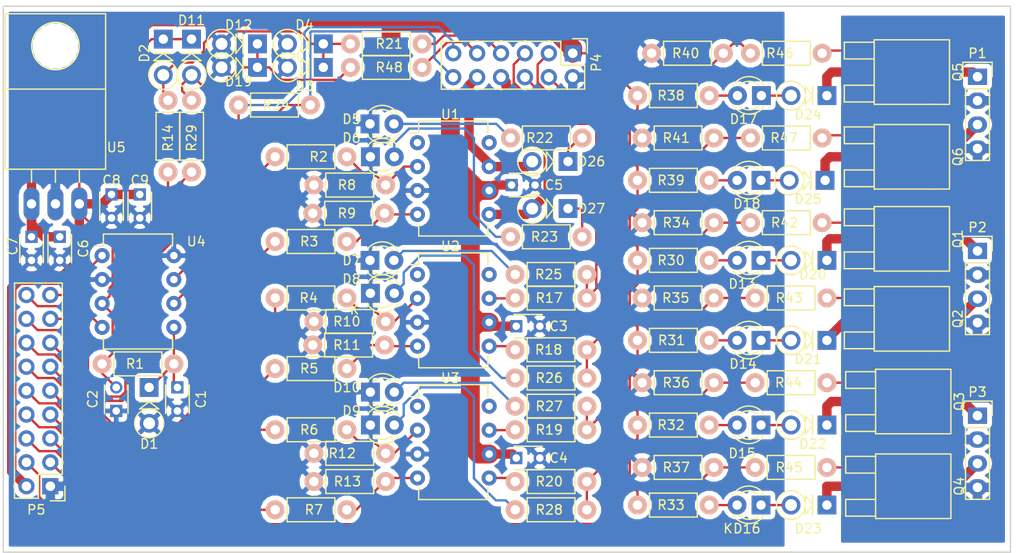
<source format=kicad_pcb>
(kicad_pcb (version 4) (host pcbnew 4.0.5+dfsg1-4)
  (layers (0 F.Cu signal) (31 B.Cu signal) (34 B.Paste user) (35 F.Paste user) (36 B.SilkS user) (37 F.SilkS user) (38 B.Mask user) (39 F.Mask user) (44 Edge.Cuts user))
  (net 0 "")
  (net 1 12v_power)
  (net 2 GND)
  (net 3 5v_cpu)
  (net 4 "Net-(D2-Pad2)")
  (net 5 "Net-(D6-Pad2)")
  (net 6 "Net-(D7-Pad2)")
  (net 7 "Net-(D8-Pad2)")
  (net 8 "Net-(D9-Pad2)")
  (net 9 "Net-(D10-Pad2)")
  (net 10 "Net-(D14-Pad2)")
  (net 11 "Net-(D16-Pad2)")
  (net 12 "Net-(D18-Pad2)")
  (net 13 INJ1-out)
  (net 14 INJ3-out)
  (net 15 LSD1-out)
  (net 16 INJ2-out)
  (net 17 INJ4-out)
  (net 18 LSD2-out)
  (net 19 INJ1-cpu)
  (net 20 INJ2-cpu)
  (net 21 INJ3-cpu)
  (net 22 INJ4-cpu)
  (net 23 IG1-cpu)
  (net 24 IG2-cpu)
  (net 25 IG3-cpu)
  (net 26 IG4-cpu)
  (net 27 LSD1-cpu)
  (net 28 LSD2-cpu)
  (net 29 HSD1-cpu)
  (net 30 HSD2-cpu)
  (net 31 DIG1-cpu)
  (net 32 DIG2-cpu)
  (net 33 IG1-out)
  (net 34 IG2-out)
  (net 35 IG3-out)
  (net 36 IG4-out)
  (net 37 HSD1-out)
  (net 38 HSD2-out)
  (net 39 DIG1-in)
  (net 40 DIG2-in)
  (net 41 CAN_L)
  (net 42 CAN_H)
  (net 43 OUT_GND)
  (net 44 "Net-(Q1-Pad1)")
  (net 45 "Net-(Q2-Pad1)")
  (net 46 "Net-(Q3-Pad1)")
  (net 47 "Net-(Q4-Pad1)")
  (net 48 "Net-(Q5-Pad1)")
  (net 49 "Net-(Q6-Pad1)")
  (net 50 "Net-(R2-Pad1)")
  (net 51 "Net-(R3-Pad1)")
  (net 52 "Net-(R10-Pad2)")
  (net 53 "Net-(R12-Pad2)")
  (net 54 "Net-(C1-Pad1)")
  (net 55 "Net-(D5-Pad2)")
  (net 56 "Net-(D11-Pad2)")
  (net 57 "Net-(D13-Pad2)")
  (net 58 "Net-(D13-Pad1)")
  (net 59 "Net-(D14-Pad1)")
  (net 60 "Net-(D15-Pad2)")
  (net 61 "Net-(D15-Pad1)")
  (net 62 "Net-(D16-Pad1)")
  (net 63 "Net-(D17-Pad2)")
  (net 64 "Net-(D17-Pad1)")
  (net 65 "Net-(D18-Pad1)")
  (net 66 "Net-(R11-Pad1)")
  (net 67 "Net-(R13-Pad1)")
  (net 68 "Net-(R17-Pad2)")
  (net 69 "Net-(R18-Pad2)")
  (net 70 "Net-(R19-Pad2)")
  (net 71 "Net-(R20-Pad2)")
  (net 72 CAN_TX)
  (net 73 CAN_RX)
  (net 74 "Net-(D26-Pad1)")
  (net 75 "Net-(D27-Pad1)")
  (module LEDs:LED-3MM (layer F.Cu) (at 52.5 56.5)
    (fp_text reference D6 (at -2 -2) (layer F.SilkS))
    (fp_text value LED)
    (pad 1 thru_hole rect (at 0 0 90) (size 2 2) (drill 1.00076) (layers *.Cu *.Mask) (net 2 GND))
    (pad 2 thru_hole circle (at 2.54 0) (size 2 2) (drill 1.00076) (layers *.Cu *.Mask) (net 5 "Net-(D6-Pad2)"))
  )
  (module Pin_Headers:Pin_Header_Straight_2x06 (layer F.Cu) (at 74 45.5 270)
    (fp_text reference P4 (at 1 -2.5 270) (layer F.SilkS))
    (fp_text value CONN_02X06)
    (pad 1 thru_hole rect (at 0 0 270) (size 1.7272 1.7272) (drill 1.016) (layers *.Cu *.Mask) (net 1 12v_power))
    (pad 2 thru_hole oval (at 2.54 0 270) (size 1.7272 1.7272) (drill 1.016) (layers *.Cu *.Mask) (net 2 GND))
    (pad 3 thru_hole oval (at 0 2.54 270) (size 1.7272 1.7272) (drill 1.016) (layers *.Cu *.Mask) (net 35 IG3-out))
    (pad 4 thru_hole oval (at 2.54 2.54 270) (size 1.7272 1.7272) (drill 1.016) (layers *.Cu *.Mask) (net 36 IG4-out))
    (pad 5 thru_hole oval (at 0 5.08 270) (size 1.7272 1.7272) (drill 1.016) (layers *.Cu *.Mask) (net 33 IG1-out))
    (pad 6 thru_hole oval (at 2.54 5.08 270) (size 1.7272 1.7272) (drill 1.016) (layers *.Cu *.Mask) (net 34 IG2-out))
    (pad 7 thru_hole oval (at 0 7.62 270) (size 1.7272 1.7272) (drill 1.016) (layers *.Cu *.Mask) (net 39 DIG1-in))
    (pad 8 thru_hole oval (at 2.54 7.62 270) (size 1.7272 1.7272) (drill 1.016) (layers *.Cu *.Mask) (net 38 HSD2-out))
    (pad 9 thru_hole oval (at 0 10.16 270) (size 1.7272 1.7272) (drill 1.016) (layers *.Cu *.Mask) (net 40 DIG2-in))
    (pad 10 thru_hole oval (at 2.54 10.16 270) (size 1.7272 1.7272) (drill 1.016) (layers *.Cu *.Mask) (net 37 HSD1-out))
    (pad 11 thru_hole oval (at 0 12.7 270) (size 1.7272 1.7272) (drill 1.016) (layers *.Cu *.Mask) (net 42 CAN_H))
    (pad 12 thru_hole oval (at 2.54 12.7 270) (size 1.7272 1.7272) (drill 1.016) (layers *.Cu *.Mask) (net 41 CAN_L))
  )
  (module Resistors_ThroughHole:Resistor_Horizontal_RM7mm (layer F.Cu) (at 67.38 54.5)
    (fp_text reference R22 (at 3.12 0) (layer F.SilkS))
    (fp_text value 2.43k)
    (pad 1 thru_hole circle (at 0 0) (size 1.99898 1.99898) (drill 1.00076) (layers *.Cu *.SilkS *.Mask) (net 55 "Net-(D5-Pad2)"))
    (pad 2 thru_hole circle (at 7.62 0) (size 1.99898 1.99898) (drill 1.00076) (layers *.Cu *.SilkS *.Mask) (net 74 "Net-(D26-Pad1)"))
  )
  (module LEDs:LED-3MM (layer F.Cu) (at 52.46 53)
    (fp_text reference D5 (at -1.96 -0.5) (layer F.SilkS))
    (fp_text value LED)
    (pad 1 thru_hole rect (at 0 0 90) (size 2 2) (drill 1.00076) (layers *.Cu *.Mask) (net 2 GND))
    (pad 2 thru_hole circle (at 2.54 0) (size 2 2) (drill 1.00076) (layers *.Cu *.Mask) (net 55 "Net-(D5-Pad2)"))
  )
  (module Pin_Headers:Pin_Header_Straight_2x09 (layer F.Cu) (at 18.5 91.5 180)
    (fp_text reference P5 (at 1.5 -2.5 180) (layer F.SilkS))
    (fp_text value CONN_02X09)
    (pad 1 thru_hole rect (at 0 0 180) (size 1.7272 1.7272) (drill 1.016) (layers *.Cu *.Mask) (net 2 GND))
    (pad 2 thru_hole oval (at 2.54 0 180) (size 1.7272 1.7272) (drill 1.016) (layers *.Cu *.Mask) (net 3 5v_cpu))
    (pad 3 thru_hole oval (at 0 2.54 180) (size 1.7272 1.7272) (drill 1.016) (layers *.Cu *.Mask) (net 21 INJ3-cpu))
    (pad 4 thru_hole oval (at 2.54 2.54 180) (size 1.7272 1.7272) (drill 1.016) (layers *.Cu *.Mask) (net 22 INJ4-cpu))
    (pad 5 thru_hole oval (at 0 5.08 180) (size 1.7272 1.7272) (drill 1.016) (layers *.Cu *.Mask) (net 19 INJ1-cpu))
    (pad 6 thru_hole oval (at 2.54 5.08 180) (size 1.7272 1.7272) (drill 1.016) (layers *.Cu *.Mask) (net 20 INJ2-cpu))
    (pad 7 thru_hole oval (at 0 7.62 180) (size 1.7272 1.7272) (drill 1.016) (layers *.Cu *.Mask) (net 27 LSD1-cpu))
    (pad 8 thru_hole oval (at 2.54 7.62 180) (size 1.7272 1.7272) (drill 1.016) (layers *.Cu *.Mask) (net 28 LSD2-cpu))
    (pad 9 thru_hole oval (at 0 10.16 180) (size 1.7272 1.7272) (drill 1.016) (layers *.Cu *.Mask) (net 25 IG3-cpu))
    (pad 10 thru_hole oval (at 2.54 10.16 180) (size 1.7272 1.7272) (drill 1.016) (layers *.Cu *.Mask) (net 26 IG4-cpu))
    (pad 11 thru_hole oval (at 0 12.7 180) (size 1.7272 1.7272) (drill 1.016) (layers *.Cu *.Mask) (net 23 IG1-cpu))
    (pad 12 thru_hole oval (at 2.54 12.7 180) (size 1.7272 1.7272) (drill 1.016) (layers *.Cu *.Mask) (net 24 IG2-cpu))
    (pad 13 thru_hole oval (at 0 15.24 180) (size 1.7272 1.7272) (drill 1.016) (layers *.Cu *.Mask) (net 29 HSD1-cpu))
    (pad 14 thru_hole oval (at 2.54 15.24 180) (size 1.7272 1.7272) (drill 1.016) (layers *.Cu *.Mask) (net 30 HSD2-cpu))
    (pad 15 thru_hole oval (at 0 17.78 180) (size 1.7272 1.7272) (drill 1.016) (layers *.Cu *.Mask) (net 31 DIG1-cpu))
    (pad 16 thru_hole oval (at 2.54 17.78 180) (size 1.7272 1.7272) (drill 1.016) (layers *.Cu *.Mask) (net 32 DIG2-cpu))
    (pad 17 thru_hole oval (at 0 20.32 180) (size 1.7272 1.7272) (drill 1.016) (layers *.Cu *.Mask) (net 72 CAN_TX))
    (pad 18 thru_hole oval (at 2.54 20.32 180) (size 1.7272 1.7272) (drill 1.016) (layers *.Cu *.Mask) (net 73 CAN_RX))
  )
  (module Housings_DIP:DIP-8_W7.62mm (layer F.Cu) (at 24 67)
    (fp_text reference U4 (at 10 -1.5) (layer F.SilkS))
    (fp_text value MCP2562-H/P)
    (pad 1 thru_hole oval (at 0 0) (size 1.6 1.6) (drill 0.8) (layers *.Cu *.Mask) (net 72 CAN_TX))
    (pad 2 thru_hole oval (at 0 2.54) (size 1.6 1.6) (drill 0.8) (layers *.Cu *.Mask) (net 2 GND))
    (pad 3 thru_hole oval (at 0 5.08) (size 1.6 1.6) (drill 0.8) (layers *.Cu *.Mask) (net 3 5v_cpu))
    (pad 4 thru_hole oval (at 0 7.62) (size 1.6 1.6) (drill 0.8) (layers *.Cu *.Mask) (net 73 CAN_RX))
    (pad 5 thru_hole oval (at 7.62 7.62) (size 1.6 1.6) (drill 0.8) (layers *.Cu *.Mask) (net 54 "Net-(C1-Pad1)"))
    (pad 6 thru_hole oval (at 7.62 5.08) (size 1.6 1.6) (drill 0.8) (layers *.Cu *.Mask) (net 41 CAN_L))
    (pad 7 thru_hole oval (at 7.62 2.54) (size 1.6 1.6) (drill 0.8) (layers *.Cu *.Mask) (net 42 CAN_H))
    (pad 8 thru_hole oval (at 7.62 0) (size 1.6 1.6) (drill 0.8) (layers *.Cu *.Mask) (net 2 GND))
  )
  (module Housings_DIP:DIP-8_W7.62mm (layer F.Cu) (at 57.5 83)
    (fp_text reference U3 (at 3.5 -3) (layer F.SilkS))
    (fp_text value TC4427)
    (pad 1 thru_hole oval (at 0 0) (size 1.6 1.6) (drill 0.8) (layers *.Cu *.Mask))
    (pad 2 thru_hole oval (at 0 2.54) (size 1.6 1.6) (drill 0.8) (layers *.Cu *.Mask) (net 53 "Net-(R12-Pad2)"))
    (pad 3 thru_hole oval (at 0 5.08) (size 1.6 1.6) (drill 0.8) (layers *.Cu *.Mask) (net 2 GND))
    (pad 4 thru_hole oval (at 0 7.62) (size 1.6 1.6) (drill 0.8) (layers *.Cu *.Mask) (net 67 "Net-(R13-Pad1)"))
    (pad 5 thru_hole oval (at 7.62 7.62) (size 1.6 1.6) (drill 0.8) (layers *.Cu *.Mask) (net 71 "Net-(R20-Pad2)"))
    (pad 6 thru_hole oval (at 7.62 5.08) (size 1.6 1.6) (drill 0.8) (layers *.Cu *.Mask) (net 1 12v_power))
    (pad 7 thru_hole oval (at 7.62 2.54) (size 1.6 1.6) (drill 0.8) (layers *.Cu *.Mask) (net 70 "Net-(R19-Pad2)"))
    (pad 8 thru_hole oval (at 7.62 0) (size 1.6 1.6) (drill 0.8) (layers *.Cu *.Mask))
  )
  (module LEDs:LED-3MM (layer F.Cu) (at 94 59 180)
    (fp_text reference D18 (at 1.5 -2.5 180) (layer F.SilkS))
    (fp_text value LED)
    (pad 1 thru_hole rect (at 0 0 270) (size 2 2) (drill 1.00076) (layers *.Cu *.Mask) (net 65 "Net-(D18-Pad1)"))
    (pad 2 thru_hole circle (at 2.54 0 180) (size 2 2) (drill 1.00076) (layers *.Cu *.Mask) (net 12 "Net-(D18-Pad2)"))
  )
  (module Diodes_ThroughHole:Diode_DO-41_SOD81_Vertical_KathodeUp (layer F.Cu) (at 101 50 180)
    (fp_text reference D24 (at 2 -2 180) (layer F.SilkS))
    (fp_text value D)
    (pad 2 thru_hole circle (at 3.81 0) (size 1.99898 1.99898) (drill 1.27) (layers *.Cu *.Mask) (net 64 "Net-(D17-Pad1)"))
    (pad 1 thru_hole rect (at 0 0) (size 1.99898 1.99898) (drill 1.00076) (layers *.Cu *.Mask) (net 15 LSD1-out))
  )
  (module Capacitors_ThroughHole:C_Disc_D3_P2.5 (layer F.Cu) (at 32 81 270)
    (fp_text reference C1 (at 1.25 -2.5 270) (layer F.SilkS))
    (fp_text value "0.1 uF")
    (pad 1 thru_hole rect (at 0 0 270) (size 1.3 1.3) (drill 0.8) (layers *.Cu *.Mask) (net 54 "Net-(C1-Pad1)"))
    (pad 2 thru_hole circle (at 2.5 0 270) (size 1.3 1.3) (drill 0.8001) (layers *.Cu *.Mask) (net 2 GND))
  )
  (module Capacitors_ThroughHole:C_Disc_D3_P2.5 (layer F.Cu) (at 25.5 83.5 90)
    (fp_text reference C2 (at 1.25 -2.5 90) (layer F.SilkS))
    (fp_text value "0.1 uF")
    (pad 1 thru_hole rect (at 0 0 90) (size 1.3 1.3) (drill 0.8) (layers *.Cu *.Mask) (net 2 GND))
    (pad 2 thru_hole circle (at 2.5 0 90) (size 1.3 1.3) (drill 0.8001) (layers *.Cu *.Mask) (net 3 5v_cpu))
  )
  (module Capacitors_ThroughHole:C_Disc_D3_P2.5 (layer F.Cu) (at 68 74.5)
    (fp_text reference C3 (at 4.5 0) (layer F.SilkS))
    (fp_text value "1 uF")
    (pad 1 thru_hole rect (at 0 0) (size 1.3 1.3) (drill 0.8) (layers *.Cu *.Mask) (net 1 12v_power))
    (pad 2 thru_hole circle (at 2.5 0) (size 1.3 1.3) (drill 0.8001) (layers *.Cu *.Mask) (net 2 GND))
  )
  (module Capacitors_ThroughHole:C_Disc_D3_P2.5 (layer F.Cu) (at 68 88.5)
    (fp_text reference C4 (at 4.5 0) (layer F.SilkS))
    (fp_text value "1 uF")
    (pad 1 thru_hole rect (at 0 0) (size 1.3 1.3) (drill 0.8) (layers *.Cu *.Mask) (net 1 12v_power))
    (pad 2 thru_hole circle (at 2.5 0) (size 1.3 1.3) (drill 0.8001) (layers *.Cu *.Mask) (net 2 GND))
  )
  (module Capacitors_ThroughHole:C_Disc_D3_P2.5 (layer F.Cu) (at 67.5 59.5)
    (fp_text reference C5 (at 4.5 0) (layer F.SilkS))
    (fp_text value "1 uF")
    (pad 1 thru_hole rect (at 0 0) (size 1.3 1.3) (drill 0.8) (layers *.Cu *.Mask) (net 1 12v_power))
    (pad 2 thru_hole circle (at 2.5 0) (size 1.3 1.3) (drill 0.8001) (layers *.Cu *.Mask) (net 2 GND))
  )
  (module Capacitors_ThroughHole:C_Disc_D3_P2.5 (layer F.Cu) (at 19.5 65 270)
    (fp_text reference C6 (at 1.25 -2.5 270) (layer F.SilkS))
    (fp_text value "10 uF")
    (pad 1 thru_hole rect (at 0 0 270) (size 1.3 1.3) (drill 0.8) (layers *.Cu *.Mask) (net 1 12v_power))
    (pad 2 thru_hole circle (at 2.5 0 270) (size 1.3 1.3) (drill 0.8001) (layers *.Cu *.Mask) (net 2 GND))
  )
  (module Capacitors_ThroughHole:C_Disc_D3_P2.5 (layer F.Cu) (at 16.5 65 270)
    (fp_text reference C7 (at 1 2 270) (layer F.SilkS))
    (fp_text value "0.1 uF")
    (pad 1 thru_hole rect (at 0 0 270) (size 1.3 1.3) (drill 0.8) (layers *.Cu *.Mask) (net 1 12v_power))
    (pad 2 thru_hole circle (at 2.5 0 270) (size 1.3 1.3) (drill 0.8001) (layers *.Cu *.Mask) (net 2 GND))
  )
  (module Capacitors_ThroughHole:C_Disc_D3_P2.5 (layer F.Cu) (at 25 60.5 270)
    (fp_text reference C8 (at -1.5 0 360) (layer F.SilkS))
    (fp_text value "0.1 uF")
    (pad 1 thru_hole rect (at 0 0 270) (size 1.3 1.3) (drill 0.8) (layers *.Cu *.Mask) (net 3 5v_cpu))
    (pad 2 thru_hole circle (at 2.5 0 270) (size 1.3 1.3) (drill 0.8001) (layers *.Cu *.Mask) (net 2 GND))
  )
  (module Capacitors_ThroughHole:C_Disc_D3_P2.5 (layer F.Cu) (at 28 60.5 270)
    (fp_text reference C9 (at -1.5 0 360) (layer F.SilkS))
    (fp_text value "47 uF")
    (pad 1 thru_hole rect (at 0 0 270) (size 1.3 1.3) (drill 0.8) (layers *.Cu *.Mask) (net 3 5v_cpu))
    (pad 2 thru_hole circle (at 2.5 0 270) (size 1.3 1.3) (drill 0.8001) (layers *.Cu *.Mask) (net 2 GND))
  )
  (module LEDs:LED-3MM (layer F.Cu) (at 52.46 67.5)
    (fp_text reference D7 (at -1.96 0) (layer F.SilkS))
    (fp_text value LED)
    (pad 1 thru_hole rect (at 0 0 90) (size 2 2) (drill 1.00076) (layers *.Cu *.Mask) (net 2 GND))
    (pad 2 thru_hole circle (at 2.54 0) (size 2 2) (drill 1.00076) (layers *.Cu *.Mask) (net 6 "Net-(D7-Pad2)"))
  )
  (module LEDs:LED-3MM (layer F.Cu) (at 52.5 71)
    (fp_text reference D8 (at -2 -1.5) (layer F.SilkS))
    (fp_text value LED)
    (fp_text user K (at -1.69 1.74) (layer F.SilkS))
    (pad 1 thru_hole rect (at 0 0 90) (size 2 2) (drill 1.00076) (layers *.Cu *.Mask) (net 2 GND))
    (pad 2 thru_hole circle (at 2.54 0) (size 2 2) (drill 1.00076) (layers *.Cu *.Mask) (net 7 "Net-(D8-Pad2)"))
  )
  (module LEDs:LED-3MM (layer F.Cu) (at 52.5 81.5)
    (fp_text reference D9 (at -2 2) (layer F.SilkS))
    (fp_text value LED)
    (pad 1 thru_hole rect (at 0 0 90) (size 2 2) (drill 1.00076) (layers *.Cu *.Mask) (net 2 GND))
    (pad 2 thru_hole circle (at 2.54 0) (size 2 2) (drill 1.00076) (layers *.Cu *.Mask) (net 8 "Net-(D9-Pad2)"))
  )
  (module Diodes_ThroughHole:Diode_DO-41_SOD81_Vertical_KathodeUp (layer F.Cu) (at 33.5 44 270)
    (fp_text reference D11 (at -2 0 360) (layer F.SilkS))
    (fp_text value D)
    (pad 2 thru_hole circle (at 3.81 0 90) (size 1.99898 1.99898) (drill 1.27) (layers *.Cu *.Mask) (net 56 "Net-(D11-Pad2)"))
    (pad 1 thru_hole rect (at 0 0 90) (size 1.99898 1.99898) (drill 1.00076) (layers *.Cu *.Mask) (net 3 5v_cpu))
  )
  (module Diodes_ThroughHole:Diode_DO-41_SOD81_Vertical_KathodeUp (layer F.Cu) (at 40.5 44.5 180)
    (fp_text reference D12 (at 2 2 180) (layer F.SilkS))
    (fp_text value D)
    (pad 2 thru_hole circle (at 3.81 0) (size 1.99898 1.99898) (drill 1.27) (layers *.Cu *.Mask) (net 2 GND))
    (pad 1 thru_hole rect (at 0 0) (size 1.99898 1.99898) (drill 1.00076) (layers *.Cu *.Mask) (net 56 "Net-(D11-Pad2)"))
  )
  (module Diodes_ThroughHole:Diode_DO-41_SOD81_Vertical_KathodeUp (layer F.Cu) (at 40.5 47 180)
    (fp_text reference D19 (at 2 -1.5 180) (layer F.SilkS))
    (fp_text value D_Zener)
    (pad 2 thru_hole circle (at 3.81 0) (size 1.99898 1.99898) (drill 1.27) (layers *.Cu *.Mask) (net 2 GND))
    (pad 1 thru_hole rect (at 0 0) (size 1.99898 1.99898) (drill 1.00076) (layers *.Cu *.Mask) (net 56 "Net-(D11-Pad2)"))
  )
  (module Diodes_ThroughHole:Diode_DO-41_SOD81_Vertical_KathodeUp (layer F.Cu) (at 101 67.5 180)
    (fp_text reference D20 (at 1.5 -1.5 180) (layer F.SilkS))
    (fp_text value D)
    (pad 2 thru_hole circle (at 3.81 0) (size 1.99898 1.99898) (drill 1.27) (layers *.Cu *.Mask) (net 58 "Net-(D13-Pad1)"))
    (pad 1 thru_hole rect (at 0 0) (size 1.99898 1.99898) (drill 1.00076) (layers *.Cu *.Mask) (net 13 INJ1-out))
  )
  (module Diodes_ThroughHole:Diode_DO-41_SOD81_Vertical_KathodeUp (layer F.Cu) (at 101 76 180)
    (fp_text reference D21 (at 2 -2 180) (layer F.SilkS))
    (fp_text value D)
    (pad 2 thru_hole circle (at 3.81 0) (size 1.99898 1.99898) (drill 1.27) (layers *.Cu *.Mask) (net 59 "Net-(D14-Pad1)"))
    (pad 1 thru_hole rect (at 0 0) (size 1.99898 1.99898) (drill 1.00076) (layers *.Cu *.Mask) (net 16 INJ2-out))
  )
  (module Diodes_ThroughHole:Diode_DO-41_SOD81_Vertical_KathodeUp (layer F.Cu) (at 101 85 180)
    (fp_text reference D22 (at 1.5 -2 180) (layer F.SilkS))
    (fp_text value D)
    (pad 2 thru_hole circle (at 3.81 0) (size 1.99898 1.99898) (drill 1.27) (layers *.Cu *.Mask) (net 61 "Net-(D15-Pad1)"))
    (pad 1 thru_hole rect (at 0 0) (size 1.99898 1.99898) (drill 1.00076) (layers *.Cu *.Mask) (net 14 INJ3-out))
  )
  (module Diodes_ThroughHole:Diode_DO-41_SOD81_Vertical_KathodeUp (layer F.Cu) (at 101 93.5 180)
    (fp_text reference D23 (at 2 -2.5 180) (layer F.SilkS))
    (fp_text value D)
    (pad 2 thru_hole circle (at 3.81 0) (size 1.99898 1.99898) (drill 1.27) (layers *.Cu *.Mask) (net 62 "Net-(D16-Pad1)"))
    (pad 1 thru_hole rect (at 0 0) (size 1.99898 1.99898) (drill 1.00076) (layers *.Cu *.Mask) (net 17 INJ4-out))
  )
  (module Diodes_ThroughHole:Diode_DO-41_SOD81_Vertical_KathodeUp (layer F.Cu) (at 100.81 59 180)
    (fp_text reference D25 (at 1.81 -2 180) (layer F.SilkS))
    (fp_text value D)
    (pad 2 thru_hole circle (at 3.81 0) (size 1.99898 1.99898) (drill 1.27) (layers *.Cu *.Mask) (net 65 "Net-(D18-Pad1)"))
    (pad 1 thru_hole rect (at 0 0) (size 1.99898 1.99898) (drill 1.00076) (layers *.Cu *.Mask) (net 18 LSD2-out))
  )
  (module Resistors_ThroughHole:Resistor_Horizontal_RM7mm (layer F.Cu) (at 24 78.5)
    (fp_text reference R1 (at 3.5 0) (layer F.SilkS))
    (fp_text value 1k)
    (pad 1 thru_hole circle (at 0 0) (size 1.99898 1.99898) (drill 1.00076) (layers *.Cu *.SilkS *.Mask) (net 3 5v_cpu))
    (pad 2 thru_hole circle (at 7.62 0) (size 1.99898 1.99898) (drill 1.00076) (layers *.Cu *.SilkS *.Mask) (net 54 "Net-(C1-Pad1)"))
  )
  (module Resistors_ThroughHole:Resistor_Horizontal_RM7mm (layer F.Cu) (at 50 56.5 180)
    (fp_text reference R2 (at 3 0 180) (layer F.SilkS))
    (fp_text value 1k)
    (pad 1 thru_hole circle (at 0 0 180) (size 1.99898 1.99898) (drill 1.00076) (layers *.Cu *.SilkS *.Mask) (net 50 "Net-(R2-Pad1)"))
    (pad 2 thru_hole circle (at 7.62 0 180) (size 1.99898 1.99898) (drill 1.00076) (layers *.Cu *.SilkS *.Mask) (net 29 HSD1-cpu))
  )
  (module Resistors_ThroughHole:Resistor_Horizontal_RM7mm (layer F.Cu) (at 50 65.5 180)
    (fp_text reference R3 (at 4 0 180) (layer F.SilkS))
    (fp_text value 1k)
    (pad 1 thru_hole circle (at 0 0 180) (size 1.99898 1.99898) (drill 1.00076) (layers *.Cu *.SilkS *.Mask) (net 51 "Net-(R3-Pad1)"))
    (pad 2 thru_hole circle (at 7.62 0 180) (size 1.99898 1.99898) (drill 1.00076) (layers *.Cu *.SilkS *.Mask) (net 30 HSD2-cpu))
  )
  (module Resistors_ThroughHole:Resistor_Horizontal_RM7mm (layer F.Cu) (at 50 71.5 180)
    (fp_text reference R4 (at 4.05892 0 180) (layer F.SilkS))
    (fp_text value 1k)
    (pad 1 thru_hole circle (at 0 0 180) (size 1.99898 1.99898) (drill 1.00076) (layers *.Cu *.SilkS *.Mask) (net 52 "Net-(R10-Pad2)"))
    (pad 2 thru_hole circle (at 7.62 0 180) (size 1.99898 1.99898) (drill 1.00076) (layers *.Cu *.SilkS *.Mask) (net 23 IG1-cpu))
  )
  (module Resistors_ThroughHole:Resistor_Horizontal_RM7mm (layer F.Cu) (at 50 79 180)
    (fp_text reference R5 (at 4 0 180) (layer F.SilkS))
    (fp_text value 1k)
    (pad 1 thru_hole circle (at 0 0 180) (size 1.99898 1.99898) (drill 1.00076) (layers *.Cu *.SilkS *.Mask) (net 66 "Net-(R11-Pad1)"))
    (pad 2 thru_hole circle (at 7.62 0 180) (size 1.99898 1.99898) (drill 1.00076) (layers *.Cu *.SilkS *.Mask) (net 24 IG2-cpu))
  )
  (module Resistors_ThroughHole:Resistor_Horizontal_RM7mm (layer F.Cu) (at 50 85.5 180)
    (fp_text reference R6 (at 4 0 180) (layer F.SilkS))
    (fp_text value 1k)
    (pad 1 thru_hole circle (at 0 0 180) (size 1.99898 1.99898) (drill 1.00076) (layers *.Cu *.SilkS *.Mask) (net 53 "Net-(R12-Pad2)"))
    (pad 2 thru_hole circle (at 7.62 0 180) (size 1.99898 1.99898) (drill 1.00076) (layers *.Cu *.SilkS *.Mask) (net 25 IG3-cpu))
  )
  (module Resistors_ThroughHole:Resistor_Horizontal_RM7mm (layer F.Cu) (at 50 94 180)
    (fp_text reference R7 (at 3.5 0 180) (layer F.SilkS))
    (fp_text value 1k)
    (pad 1 thru_hole circle (at 0 0 180) (size 1.99898 1.99898) (drill 1.00076) (layers *.Cu *.SilkS *.Mask) (net 67 "Net-(R13-Pad1)"))
    (pad 2 thru_hole circle (at 7.62 0 180) (size 1.99898 1.99898) (drill 1.00076) (layers *.Cu *.SilkS *.Mask) (net 26 IG4-cpu))
  )
  (module Resistors_ThroughHole:Resistor_Horizontal_RM7mm (layer F.Cu) (at 46.5 59.5)
    (fp_text reference R8 (at 3.5 0) (layer F.SilkS))
    (fp_text value 100k)
    (pad 1 thru_hole circle (at 0 0) (size 1.99898 1.99898) (drill 1.00076) (layers *.Cu *.SilkS *.Mask) (net 2 GND))
    (pad 2 thru_hole circle (at 7.62 0) (size 1.99898 1.99898) (drill 1.00076) (layers *.Cu *.SilkS *.Mask) (net 50 "Net-(R2-Pad1)"))
  )
  (module Resistors_ThroughHole:Resistor_Horizontal_RM7mm (layer F.Cu) (at 54 62.5 180)
    (fp_text reference R9 (at 4 0 180) (layer F.SilkS))
    (fp_text value 100k)
    (pad 1 thru_hole circle (at 0 0 180) (size 1.99898 1.99898) (drill 1.00076) (layers *.Cu *.SilkS *.Mask) (net 51 "Net-(R3-Pad1)"))
    (pad 2 thru_hole circle (at 7.62 0 180) (size 1.99898 1.99898) (drill 1.00076) (layers *.Cu *.SilkS *.Mask) (net 2 GND))
  )
  (module Resistors_ThroughHole:Resistor_Horizontal_RM7mm (layer F.Cu) (at 46.5 74)
    (fp_text reference R10 (at 3.5 0) (layer F.SilkS))
    (fp_text value 100k)
    (pad 1 thru_hole circle (at 0 0) (size 1.99898 1.99898) (drill 1.00076) (layers *.Cu *.SilkS *.Mask) (net 2 GND))
    (pad 2 thru_hole circle (at 7.62 0) (size 1.99898 1.99898) (drill 1.00076) (layers *.Cu *.SilkS *.Mask) (net 52 "Net-(R10-Pad2)"))
  )
  (module Resistors_ThroughHole:Resistor_Horizontal_RM7mm (layer F.Cu) (at 54 76.5 180)
    (fp_text reference R11 (at 4 0 180) (layer F.SilkS))
    (fp_text value 100k)
    (pad 1 thru_hole circle (at 0 0 180) (size 1.99898 1.99898) (drill 1.00076) (layers *.Cu *.SilkS *.Mask) (net 66 "Net-(R11-Pad1)"))
    (pad 2 thru_hole circle (at 7.62 0 180) (size 1.99898 1.99898) (drill 1.00076) (layers *.Cu *.SilkS *.Mask) (net 2 GND))
  )
  (module Resistors_ThroughHole:Resistor_Horizontal_RM7mm (layer F.Cu) (at 46.5 88)
    (fp_text reference R12 (at 3 0) (layer F.SilkS))
    (fp_text value 100k)
    (pad 1 thru_hole circle (at 0 0) (size 1.99898 1.99898) (drill 1.00076) (layers *.Cu *.SilkS *.Mask) (net 2 GND))
    (pad 2 thru_hole circle (at 7.62 0) (size 1.99898 1.99898) (drill 1.00076) (layers *.Cu *.SilkS *.Mask) (net 53 "Net-(R12-Pad2)"))
  )
  (module Resistors_ThroughHole:Resistor_Horizontal_RM7mm (layer F.Cu) (at 54.12 91 180)
    (fp_text reference R13 (at 4.05892 0 180) (layer F.SilkS))
    (fp_text value 100k)
    (pad 1 thru_hole circle (at 0 0 180) (size 1.99898 1.99898) (drill 1.00076) (layers *.Cu *.SilkS *.Mask) (net 67 "Net-(R13-Pad1)"))
    (pad 2 thru_hole circle (at 7.62 0 180) (size 1.99898 1.99898) (drill 1.00076) (layers *.Cu *.SilkS *.Mask) (net 2 GND))
  )
  (module Resistors_ThroughHole:Resistor_Horizontal_RM7mm (layer F.Cu) (at 31 50.5 270)
    (fp_text reference R14 (at 4 0 270) (layer F.SilkS))
    (fp_text value 1k)
    (pad 1 thru_hole circle (at 0 0 270) (size 1.99898 1.99898) (drill 1.00076) (layers *.Cu *.SilkS *.Mask) (net 4 "Net-(D2-Pad2)"))
    (pad 2 thru_hole circle (at 7.62 0 270) (size 1.99898 1.99898) (drill 1.00076) (layers *.Cu *.SilkS *.Mask) (net 31 DIG1-cpu))
  )
  (module Resistors_ThroughHole:Resistor_Horizontal_RM7mm (layer F.Cu) (at 75.5 71.5 180)
    (fp_text reference R17 (at 4 0 180) (layer F.SilkS))
    (fp_text value 150)
    (pad 1 thru_hole circle (at 0 0 180) (size 1.99898 1.99898) (drill 1.00076) (layers *.Cu *.SilkS *.Mask) (net 33 IG1-out))
    (pad 2 thru_hole circle (at 7.62 0 180) (size 1.99898 1.99898) (drill 1.00076) (layers *.Cu *.SilkS *.Mask) (net 68 "Net-(R17-Pad2)"))
  )
  (module Resistors_ThroughHole:Resistor_Horizontal_RM7mm (layer F.Cu) (at 75.5 77 180)
    (fp_text reference R18 (at 4.05892 0 180) (layer F.SilkS))
    (fp_text value 150)
    (pad 1 thru_hole circle (at 0 0 180) (size 1.99898 1.99898) (drill 1.00076) (layers *.Cu *.SilkS *.Mask) (net 34 IG2-out))
    (pad 2 thru_hole circle (at 7.62 0 180) (size 1.99898 1.99898) (drill 1.00076) (layers *.Cu *.SilkS *.Mask) (net 69 "Net-(R18-Pad2)"))
  )
  (module Resistors_ThroughHole:Resistor_Horizontal_RM7mm (layer F.Cu) (at 75.5 85.5 180)
    (fp_text reference R19 (at 4 0 180) (layer F.SilkS))
    (fp_text value 150)
    (pad 1 thru_hole circle (at 0 0 180) (size 1.99898 1.99898) (drill 1.00076) (layers *.Cu *.SilkS *.Mask) (net 35 IG3-out))
    (pad 2 thru_hole circle (at 7.62 0 180) (size 1.99898 1.99898) (drill 1.00076) (layers *.Cu *.SilkS *.Mask) (net 70 "Net-(R19-Pad2)"))
  )
  (module Resistors_ThroughHole:Resistor_Horizontal_RM7mm (layer F.Cu) (at 75.5 91 180)
    (fp_text reference R20 (at 4 0 180) (layer F.SilkS))
    (fp_text value 150)
    (pad 1 thru_hole circle (at 0 0 180) (size 1.99898 1.99898) (drill 1.00076) (layers *.Cu *.SilkS *.Mask) (net 36 IG4-out))
    (pad 2 thru_hole circle (at 7.62 0 180) (size 1.99898 1.99898) (drill 1.00076) (layers *.Cu *.SilkS *.Mask) (net 71 "Net-(R20-Pad2)"))
  )
  (module Resistors_ThroughHole:Resistor_Horizontal_RM7mm (layer F.Cu) (at 58 44.5 180)
    (fp_text reference R21 (at 3.5 0 180) (layer F.SilkS))
    (fp_text value 1k)
    (pad 1 thru_hole circle (at 0 0 180) (size 1.99898 1.99898) (drill 1.00076) (layers *.Cu *.SilkS *.Mask) (net 39 DIG1-in))
    (pad 2 thru_hole circle (at 7.62 0 180) (size 1.99898 1.99898) (drill 1.00076) (layers *.Cu *.SilkS *.Mask) (net 4 "Net-(D2-Pad2)"))
  )
  (module Resistors_ThroughHole:Resistor_Horizontal_RM7mm (layer F.Cu) (at 75 65 180)
    (fp_text reference R23 (at 4 0 180) (layer F.SilkS))
    (fp_text value 2.43k)
    (pad 1 thru_hole circle (at 0 0 180) (size 1.99898 1.99898) (drill 1.00076) (layers *.Cu *.SilkS *.Mask) (net 75 "Net-(D27-Pad1)"))
    (pad 2 thru_hole circle (at 7.62 0 180) (size 1.99898 1.99898) (drill 1.00076) (layers *.Cu *.SilkS *.Mask) (net 5 "Net-(D6-Pad2)"))
  )
  (module Resistors_ThroughHole:Resistor_Horizontal_RM7mm (layer F.Cu) (at 38.5 51)
    (fp_text reference R24 (at 4 0) (layer F.SilkS))
    (fp_text value 120)
    (pad 1 thru_hole circle (at 0 0) (size 1.99898 1.99898) (drill 1.00076) (layers *.Cu *.SilkS *.Mask) (net 42 CAN_H))
    (pad 2 thru_hole circle (at 7.62 0) (size 1.99898 1.99898) (drill 1.00076) (layers *.Cu *.SilkS *.Mask) (net 41 CAN_L))
  )
  (module Resistors_ThroughHole:Resistor_Horizontal_RM7mm (layer F.Cu) (at 75.5 69 180)
    (fp_text reference R25 (at 4.05892 0 180) (layer F.SilkS))
    (fp_text value 2.43k)
    (pad 1 thru_hole circle (at 0 0 180) (size 1.99898 1.99898) (drill 1.00076) (layers *.Cu *.SilkS *.Mask) (net 33 IG1-out))
    (pad 2 thru_hole circle (at 7.62 0 180) (size 1.99898 1.99898) (drill 1.00076) (layers *.Cu *.SilkS *.Mask) (net 6 "Net-(D7-Pad2)"))
  )
  (module Resistors_ThroughHole:Resistor_Horizontal_RM7mm (layer F.Cu) (at 75.5 80 180)
    (fp_text reference R26 (at 4 0 180) (layer F.SilkS))
    (fp_text value 2.43k)
    (pad 1 thru_hole circle (at 0 0 180) (size 1.99898 1.99898) (drill 1.00076) (layers *.Cu *.SilkS *.Mask) (net 34 IG2-out))
    (pad 2 thru_hole circle (at 7.62 0 180) (size 1.99898 1.99898) (drill 1.00076) (layers *.Cu *.SilkS *.Mask) (net 7 "Net-(D8-Pad2)"))
  )
  (module Resistors_ThroughHole:Resistor_Horizontal_RM7mm (layer F.Cu) (at 75.5 83 180)
    (fp_text reference R27 (at 4 0 180) (layer F.SilkS))
    (fp_text value 2.43k)
    (pad 1 thru_hole circle (at 0 0 180) (size 1.99898 1.99898) (drill 1.00076) (layers *.Cu *.SilkS *.Mask) (net 35 IG3-out))
    (pad 2 thru_hole circle (at 7.62 0 180) (size 1.99898 1.99898) (drill 1.00076) (layers *.Cu *.SilkS *.Mask) (net 8 "Net-(D9-Pad2)"))
  )
  (module Resistors_ThroughHole:Resistor_Horizontal_RM7mm (layer F.Cu) (at 75.5 94 180)
    (fp_text reference R28 (at 4 0 180) (layer F.SilkS))
    (fp_text value 2.43k)
    (pad 1 thru_hole circle (at 0 0 180) (size 1.99898 1.99898) (drill 1.00076) (layers *.Cu *.SilkS *.Mask) (net 36 IG4-out))
    (pad 2 thru_hole circle (at 7.62 0 180) (size 1.99898 1.99898) (drill 1.00076) (layers *.Cu *.SilkS *.Mask) (net 9 "Net-(D10-Pad2)"))
  )
  (module Resistors_ThroughHole:Resistor_Horizontal_RM7mm (layer F.Cu) (at 33.5 50.5 270)
    (fp_text reference R29 (at 4 0 270) (layer F.SilkS))
    (fp_text value 1k)
    (pad 1 thru_hole circle (at 0 0 270) (size 1.99898 1.99898) (drill 1.00076) (layers *.Cu *.SilkS *.Mask) (net 56 "Net-(D11-Pad2)"))
    (pad 2 thru_hole circle (at 7.62 0 270) (size 1.99898 1.99898) (drill 1.00076) (layers *.Cu *.SilkS *.Mask) (net 32 DIG2-cpu))
  )
  (module Resistors_ThroughHole:Resistor_Horizontal_RM7mm (layer F.Cu) (at 88.5 67.5 180)
    (fp_text reference R30 (at 4.05892 0 180) (layer F.SilkS))
    (fp_text value 2.43k)
    (pad 1 thru_hole circle (at 0 0 180) (size 1.99898 1.99898) (drill 1.00076) (layers *.Cu *.SilkS *.Mask) (net 57 "Net-(D13-Pad2)"))
    (pad 2 thru_hole circle (at 7.62 0 180) (size 1.99898 1.99898) (drill 1.00076) (layers *.Cu *.SilkS *.Mask) (net 1 12v_power))
  )
  (module Resistors_ThroughHole:Resistor_Horizontal_RM7mm (layer F.Cu) (at 88.5 76 180)
    (fp_text reference R31 (at 4 0 180) (layer F.SilkS))
    (fp_text value 2.43k)
    (pad 1 thru_hole circle (at 0 0 180) (size 1.99898 1.99898) (drill 1.00076) (layers *.Cu *.SilkS *.Mask) (net 10 "Net-(D14-Pad2)"))
    (pad 2 thru_hole circle (at 7.62 0 180) (size 1.99898 1.99898) (drill 1.00076) (layers *.Cu *.SilkS *.Mask) (net 1 12v_power))
  )
  (module Resistors_ThroughHole:Resistor_Horizontal_RM7mm (layer F.Cu) (at 88.5 85 180)
    (fp_text reference R32 (at 4.05892 0 180) (layer F.SilkS))
    (fp_text value 2.43k)
    (pad 1 thru_hole circle (at 0 0 180) (size 1.99898 1.99898) (drill 1.00076) (layers *.Cu *.SilkS *.Mask) (net 60 "Net-(D15-Pad2)"))
    (pad 2 thru_hole circle (at 7.62 0 180) (size 1.99898 1.99898) (drill 1.00076) (layers *.Cu *.SilkS *.Mask) (net 1 12v_power))
  )
  (module Resistors_ThroughHole:Resistor_Horizontal_RM7mm (layer F.Cu) (at 88.5 93.5 180)
    (fp_text reference R33 (at 4.05892 0 180) (layer F.SilkS))
    (fp_text value 2.43k)
    (pad 1 thru_hole circle (at 0 0 180) (size 1.99898 1.99898) (drill 1.00076) (layers *.Cu *.SilkS *.Mask) (net 11 "Net-(D16-Pad2)"))
    (pad 2 thru_hole circle (at 7.62 0 180) (size 1.99898 1.99898) (drill 1.00076) (layers *.Cu *.SilkS *.Mask) (net 1 12v_power))
  )
  (module Resistors_ThroughHole:Resistor_Horizontal_RM7mm (layer F.Cu) (at 89 63.5 180)
    (fp_text reference R34 (at 4 0 180) (layer F.SilkS))
    (fp_text value 100k)
    (pad 1 thru_hole circle (at 0 0 180) (size 1.99898 1.99898) (drill 1.00076) (layers *.Cu *.SilkS *.Mask) (net 19 INJ1-cpu))
    (pad 2 thru_hole circle (at 7.62 0 180) (size 1.99898 1.99898) (drill 1.00076) (layers *.Cu *.SilkS *.Mask) (net 2 GND))
  )
  (module Resistors_ThroughHole:Resistor_Horizontal_RM7mm (layer F.Cu) (at 89 71.5 180)
    (fp_text reference R35 (at 4.05892 0 180) (layer F.SilkS))
    (fp_text value 100k)
    (pad 1 thru_hole circle (at 0 0 180) (size 1.99898 1.99898) (drill 1.00076) (layers *.Cu *.SilkS *.Mask) (net 20 INJ2-cpu))
    (pad 2 thru_hole circle (at 7.62 0 180) (size 1.99898 1.99898) (drill 1.00076) (layers *.Cu *.SilkS *.Mask) (net 2 GND))
  )
  (module Resistors_ThroughHole:Resistor_Horizontal_RM7mm (layer F.Cu) (at 89 80.5 180)
    (fp_text reference R36 (at 4 0 180) (layer F.SilkS))
    (fp_text value 100k)
    (pad 1 thru_hole circle (at 0 0 180) (size 1.99898 1.99898) (drill 1.00076) (layers *.Cu *.SilkS *.Mask) (net 21 INJ3-cpu))
    (pad 2 thru_hole circle (at 7.62 0 180) (size 1.99898 1.99898) (drill 1.00076) (layers *.Cu *.SilkS *.Mask) (net 2 GND))
  )
  (module Resistors_ThroughHole:Resistor_Horizontal_RM7mm (layer F.Cu) (at 89 89.5 180)
    (fp_text reference R37 (at 4 0 180) (layer F.SilkS))
    (fp_text value 100k)
    (pad 1 thru_hole circle (at 0 0 180) (size 1.99898 1.99898) (drill 1.00076) (layers *.Cu *.SilkS *.Mask) (net 22 INJ4-cpu))
    (pad 2 thru_hole circle (at 7.62 0 180) (size 1.99898 1.99898) (drill 1.00076) (layers *.Cu *.SilkS *.Mask) (net 2 GND))
  )
  (module Resistors_ThroughHole:Resistor_Horizontal_RM7mm (layer F.Cu) (at 88.5 50 180)
    (fp_text reference R38 (at 4.05892 0 180) (layer F.SilkS))
    (fp_text value 2.43k)
    (pad 1 thru_hole circle (at 0 0 180) (size 1.99898 1.99898) (drill 1.00076) (layers *.Cu *.SilkS *.Mask) (net 63 "Net-(D17-Pad2)"))
    (pad 2 thru_hole circle (at 7.62 0 180) (size 1.99898 1.99898) (drill 1.00076) (layers *.Cu *.SilkS *.Mask) (net 1 12v_power))
  )
  (module Resistors_ThroughHole:Resistor_Horizontal_RM7mm (layer F.Cu) (at 88.5 59 180)
    (fp_text reference R39 (at 4.05892 0 180) (layer F.SilkS))
    (fp_text value 2.43k)
    (pad 1 thru_hole circle (at 0 0 180) (size 1.99898 1.99898) (drill 1.00076) (layers *.Cu *.SilkS *.Mask) (net 12 "Net-(D18-Pad2)"))
    (pad 2 thru_hole circle (at 7.62 0 180) (size 1.99898 1.99898) (drill 1.00076) (layers *.Cu *.SilkS *.Mask) (net 1 12v_power))
  )
  (module Resistors_ThroughHole:Resistor_Horizontal_RM7mm (layer F.Cu) (at 90 45.5 180)
    (fp_text reference R40 (at 4 0 180) (layer F.SilkS))
    (fp_text value 100k)
    (pad 1 thru_hole circle (at 0 0 180) (size 1.99898 1.99898) (drill 1.00076) (layers *.Cu *.SilkS *.Mask) (net 27 LSD1-cpu))
    (pad 2 thru_hole circle (at 7.62 0 180) (size 1.99898 1.99898) (drill 1.00076) (layers *.Cu *.SilkS *.Mask) (net 2 GND))
  )
  (module Resistors_ThroughHole:Resistor_Horizontal_RM7mm (layer F.Cu) (at 89 54.5 180)
    (fp_text reference R41 (at 4 0 180) (layer F.SilkS))
    (fp_text value 100k)
    (pad 1 thru_hole circle (at 0 0 180) (size 1.99898 1.99898) (drill 1.00076) (layers *.Cu *.SilkS *.Mask) (net 28 LSD2-cpu))
    (pad 2 thru_hole circle (at 7.62 0 180) (size 1.99898 1.99898) (drill 1.00076) (layers *.Cu *.SilkS *.Mask) (net 2 GND))
  )
  (module Resistors_ThroughHole:Resistor_Horizontal_RM7mm (layer F.Cu) (at 100.5 63.5 180)
    (fp_text reference R42 (at 4 0 180) (layer F.SilkS))
    (fp_text value 330)
    (pad 1 thru_hole circle (at 0 0 180) (size 1.99898 1.99898) (drill 1.00076) (layers *.Cu *.SilkS *.Mask) (net 44 "Net-(Q1-Pad1)"))
    (pad 2 thru_hole circle (at 7.62 0 180) (size 1.99898 1.99898) (drill 1.00076) (layers *.Cu *.SilkS *.Mask) (net 19 INJ1-cpu))
  )
  (module Resistors_ThroughHole:Resistor_Horizontal_RM7mm (layer F.Cu) (at 101 71.5 180)
    (fp_text reference R43 (at 4 0 180) (layer F.SilkS))
    (fp_text value 330)
    (pad 1 thru_hole circle (at 0 0 180) (size 1.99898 1.99898) (drill 1.00076) (layers *.Cu *.SilkS *.Mask) (net 45 "Net-(Q2-Pad1)"))
    (pad 2 thru_hole circle (at 7.62 0 180) (size 1.99898 1.99898) (drill 1.00076) (layers *.Cu *.SilkS *.Mask) (net 20 INJ2-cpu))
  )
  (module Resistors_ThroughHole:Resistor_Horizontal_RM7mm (layer F.Cu) (at 101 80.5 180)
    (fp_text reference R44 (at 4.05892 0 180) (layer F.SilkS))
    (fp_text value 330)
    (pad 1 thru_hole circle (at 0 0 180) (size 1.99898 1.99898) (drill 1.00076) (layers *.Cu *.SilkS *.Mask) (net 46 "Net-(Q3-Pad1)"))
    (pad 2 thru_hole circle (at 7.62 0 180) (size 1.99898 1.99898) (drill 1.00076) (layers *.Cu *.SilkS *.Mask) (net 21 INJ3-cpu))
  )
  (module Resistors_ThroughHole:Resistor_Horizontal_RM7mm (layer F.Cu) (at 101 89.5 180)
    (fp_text reference R45 (at 4 0 180) (layer F.SilkS))
    (fp_text value 330)
    (pad 1 thru_hole circle (at 0 0 180) (size 1.99898 1.99898) (drill 1.00076) (layers *.Cu *.SilkS *.Mask) (net 47 "Net-(Q4-Pad1)"))
    (pad 2 thru_hole circle (at 7.62 0 180) (size 1.99898 1.99898) (drill 1.00076) (layers *.Cu *.SilkS *.Mask) (net 22 INJ4-cpu))
  )
  (module Resistors_ThroughHole:Resistor_Horizontal_RM7mm (layer F.Cu) (at 100.5 45.5 180)
    (fp_text reference R46 (at 4.5 0 180) (layer F.SilkS))
    (fp_text value 330)
    (pad 1 thru_hole circle (at 0 0 180) (size 1.99898 1.99898) (drill 1.00076) (layers *.Cu *.SilkS *.Mask) (net 48 "Net-(Q5-Pad1)"))
    (pad 2 thru_hole circle (at 7.62 0 180) (size 1.99898 1.99898) (drill 1.00076) (layers *.Cu *.SilkS *.Mask) (net 27 LSD1-cpu))
  )
  (module Resistors_ThroughHole:Resistor_Horizontal_RM7mm (layer F.Cu) (at 100.5 54.5 180)
    (fp_text reference R47 (at 4.05892 0 180) (layer F.SilkS))
    (fp_text value 330)
    (pad 1 thru_hole circle (at 0 0 180) (size 1.99898 1.99898) (drill 1.00076) (layers *.Cu *.SilkS *.Mask) (net 49 "Net-(Q6-Pad1)"))
    (pad 2 thru_hole circle (at 7.62 0 180) (size 1.99898 1.99898) (drill 1.00076) (layers *.Cu *.SilkS *.Mask) (net 28 LSD2-cpu))
  )
  (module Resistors_ThroughHole:Resistor_Horizontal_RM7mm (layer F.Cu) (at 58 47 180)
    (fp_text reference R48 (at 3.5 0 180) (layer F.SilkS))
    (fp_text value 1k)
    (pad 1 thru_hole circle (at 0 0 180) (size 1.99898 1.99898) (drill 1.00076) (layers *.Cu *.SilkS *.Mask) (net 40 DIG2-in))
    (pad 2 thru_hole circle (at 7.62 0 180) (size 1.99898 1.99898) (drill 1.00076) (layers *.Cu *.SilkS *.Mask) (net 56 "Net-(D11-Pad2)"))
  )
  (module Housings_DIP:DIP-8_W7.62mm (layer F.Cu) (at 57.5 69)
    (fp_text reference U2 (at 3.5 -3) (layer F.SilkS))
    (fp_text value TC4427)
    (pad 1 thru_hole oval (at 0 0) (size 1.6 1.6) (drill 0.8) (layers *.Cu *.Mask))
    (pad 2 thru_hole oval (at 0 2.54) (size 1.6 1.6) (drill 0.8) (layers *.Cu *.Mask) (net 52 "Net-(R10-Pad2)"))
    (pad 3 thru_hole oval (at 0 5.08) (size 1.6 1.6) (drill 0.8) (layers *.Cu *.Mask) (net 2 GND))
    (pad 4 thru_hole oval (at 0 7.62) (size 1.6 1.6) (drill 0.8) (layers *.Cu *.Mask) (net 66 "Net-(R11-Pad1)"))
    (pad 5 thru_hole oval (at 7.62 7.62) (size 1.6 1.6) (drill 0.8) (layers *.Cu *.Mask) (net 69 "Net-(R18-Pad2)"))
    (pad 6 thru_hole oval (at 7.62 5.08) (size 1.6 1.6) (drill 0.8) (layers *.Cu *.Mask) (net 1 12v_power))
    (pad 7 thru_hole oval (at 7.62 2.54) (size 1.6 1.6) (drill 0.8) (layers *.Cu *.Mask) (net 68 "Net-(R17-Pad2)"))
    (pad 8 thru_hole oval (at 7.62 0) (size 1.6 1.6) (drill 0.8) (layers *.Cu *.Mask))
  )
  (module TO_SOT_Packages_SMD:TO-252-2Lead (layer F.Cu) (at 104.5 65.214 270)
    (fp_text reference Q1 (at 0 -10.414 270) (layer F.SilkS))
    (fp_text value VND7NV04)
    (pad 1 smd rect (at -2.286 0 270) (size 1.651 3.048) (layers F.Cu F.Paste F.Mask) (net 44 "Net-(Q1-Pad1)"))
    (pad 2 smd rect (at 0 -6.35 270) (size 6.096 6.096) (layers F.Cu F.Paste F.Mask) (net 13 INJ1-out))
    (pad 3 smd rect (at 2.286 0 270) (size 1.651 3.048) (layers F.Cu F.Paste F.Mask) (net 43 OUT_GND))
  )
  (module TO_SOT_Packages_SMD:TO-252-2Lead (layer F.Cu) (at 104.5 73.714 270)
    (fp_text reference Q2 (at 0 -10.414 270) (layer F.SilkS))
    (fp_text value VND7NV04)
    (pad 1 smd rect (at -2.286 0 270) (size 1.651 3.048) (layers F.Cu F.Paste F.Mask) (net 45 "Net-(Q2-Pad1)"))
    (pad 2 smd rect (at 0 -6.35 270) (size 6.096 6.096) (layers F.Cu F.Paste F.Mask) (net 16 INJ2-out))
    (pad 3 smd rect (at 2.286 0 270) (size 1.651 3.048) (layers F.Cu F.Paste F.Mask) (net 43 OUT_GND))
  )
  (module TO_SOT_Packages_SMD:TO-252-2Lead (layer F.Cu) (at 104.65 82.5 270)
    (fp_text reference Q3 (at 0 -10.414 270) (layer F.SilkS))
    (fp_text value VND7NV04)
    (pad 1 smd rect (at -2.286 0 270) (size 1.651 3.048) (layers F.Cu F.Paste F.Mask) (net 46 "Net-(Q3-Pad1)"))
    (pad 2 smd rect (at 0 -6.35 270) (size 6.096 6.096) (layers F.Cu F.Paste F.Mask) (net 14 INJ3-out))
    (pad 3 smd rect (at 2.286 0 270) (size 1.651 3.048) (layers F.Cu F.Paste F.Mask) (net 43 OUT_GND))
  )
  (module TO_SOT_Packages_SMD:TO-252-2Lead (layer F.Cu) (at 104.65 91.5 270)
    (fp_text reference Q4 (at 0 -10.414 270) (layer F.SilkS))
    (fp_text value VND7NV04)
    (pad 1 smd rect (at -2.286 0 270) (size 1.651 3.048) (layers F.Cu F.Paste F.Mask) (net 47 "Net-(Q4-Pad1)"))
    (pad 2 smd rect (at 0 -6.35 270) (size 6.096 6.096) (layers F.Cu F.Paste F.Mask) (net 17 INJ4-out))
    (pad 3 smd rect (at 2.286 0 270) (size 1.651 3.048) (layers F.Cu F.Paste F.Mask) (net 43 OUT_GND))
  )
  (module TO_SOT_Packages_SMD:TO-252-2Lead (layer F.Cu) (at 104.5 47.5 270)
    (fp_text reference Q5 (at 0 -10.414 270) (layer F.SilkS))
    (fp_text value VND7NV04)
    (pad 1 smd rect (at -2.286 0 270) (size 1.651 3.048) (layers F.Cu F.Paste F.Mask) (net 48 "Net-(Q5-Pad1)"))
    (pad 2 smd rect (at 0 -6.35 270) (size 6.096 6.096) (layers F.Cu F.Paste F.Mask) (net 15 LSD1-out))
    (pad 3 smd rect (at 2.286 0 270) (size 1.651 3.048) (layers F.Cu F.Paste F.Mask) (net 43 OUT_GND))
  )
  (module TO_SOT_Packages_SMD:TO-252-2Lead (layer F.Cu) (at 104.5 56.5 270)
    (fp_text reference Q6 (at 0 -10.414 270) (layer F.SilkS))
    (fp_text value VND7NV04)
    (pad 1 smd rect (at -2.286 0 270) (size 1.651 3.048) (layers F.Cu F.Paste F.Mask) (net 49 "Net-(Q6-Pad1)"))
    (pad 2 smd rect (at 0 -6.35 270) (size 6.096 6.096) (layers F.Cu F.Paste F.Mask) (net 18 LSD2-out))
    (pad 3 smd rect (at 2.286 0 270) (size 1.651 3.048) (layers F.Cu F.Paste F.Mask) (net 43 OUT_GND))
  )
  (module Diodes_ThroughHole:Diode_DO-41_SOD81_Vertical_KathodeUp (layer F.Cu) (at 29 81 270)
    (fp_text reference D1 (at 6 0 360) (layer F.SilkS))
    (fp_text value "3.3 V Zener")
    (pad 2 thru_hole circle (at 3.81 0 90) (size 1.99898 1.99898) (drill 1.27) (layers *.Cu *.Mask) (net 2 GND))
    (pad 1 thru_hole rect (at 0 0 90) (size 1.99898 1.99898) (drill 1.00076) (layers *.Cu *.Mask) (net 54 "Net-(C1-Pad1)"))
  )
  (module Diodes_ThroughHole:Diode_DO-41_SOD81_Vertical_KathodeUp (layer F.Cu) (at 30.5 44 270)
    (fp_text reference D2 (at 1.5 2 270) (layer F.SilkS))
    (fp_text value D)
    (pad 2 thru_hole circle (at 3.81 0 90) (size 1.99898 1.99898) (drill 1.27) (layers *.Cu *.Mask) (net 4 "Net-(D2-Pad2)"))
    (pad 1 thru_hole rect (at 0 0 90) (size 1.99898 1.99898) (drill 1.00076) (layers *.Cu *.Mask) (net 3 5v_cpu))
  )
  (module Diodes_ThroughHole:Diode_DO-41_SOD81_Vertical_KathodeUp (layer F.Cu) (at 47.5 47 180)
    (fp_text reference D3 (at 2 -2 180) (layer F.SilkS))
    (fp_text value D)
    (pad 2 thru_hole circle (at 3.81 0) (size 1.99898 1.99898) (drill 1.27) (layers *.Cu *.Mask) (net 2 GND))
    (pad 1 thru_hole rect (at 0 0) (size 1.99898 1.99898) (drill 1.00076) (layers *.Cu *.Mask) (net 4 "Net-(D2-Pad2)"))
  )
  (module Diodes_ThroughHole:Diode_DO-41_SOD81_Vertical_KathodeUp (layer F.Cu) (at 47.5 44.5 180)
    (fp_text reference D4 (at 2 2 180) (layer F.SilkS))
    (fp_text value D_Zener)
    (pad 2 thru_hole circle (at 3.81 0) (size 1.99898 1.99898) (drill 1.27) (layers *.Cu *.Mask) (net 2 GND))
    (pad 1 thru_hole rect (at 0 0) (size 1.99898 1.99898) (drill 1.00076) (layers *.Cu *.Mask) (net 4 "Net-(D2-Pad2)"))
  )
  (module LEDs:LED-3MM (layer F.Cu) (at 52.5 85)
    (fp_text reference D10 (at -2.5 -4) (layer F.SilkS))
    (fp_text value LED)
    (pad 1 thru_hole rect (at 0 0 90) (size 2 2) (drill 1.00076) (layers *.Cu *.Mask) (net 2 GND))
    (pad 2 thru_hole circle (at 2.54 0) (size 2 2) (drill 1.00076) (layers *.Cu *.Mask) (net 9 "Net-(D10-Pad2)"))
  )
  (module LEDs:LED-3MM (layer F.Cu) (at 94 67.5 180)
    (fp_text reference D13 (at 2 -2.5 180) (layer F.SilkS))
    (fp_text value LED)
    (pad 1 thru_hole rect (at 0 0 270) (size 2 2) (drill 1.00076) (layers *.Cu *.Mask) (net 58 "Net-(D13-Pad1)"))
    (pad 2 thru_hole circle (at 2.54 0 180) (size 2 2) (drill 1.00076) (layers *.Cu *.Mask) (net 57 "Net-(D13-Pad2)"))
  )
  (module LEDs:LED-3MM (layer F.Cu) (at 94 76 180)
    (fp_text reference D14 (at 1.91 -2.5 180) (layer F.SilkS))
    (fp_text value LED)
    (pad 1 thru_hole rect (at 0 0 270) (size 2 2) (drill 1.00076) (layers *.Cu *.Mask) (net 59 "Net-(D14-Pad1)"))
    (pad 2 thru_hole circle (at 2.54 0 180) (size 2 2) (drill 1.00076) (layers *.Cu *.Mask) (net 10 "Net-(D14-Pad2)"))
  )
  (module LEDs:LED-3MM (layer F.Cu) (at 94 85 180)
    (fp_text reference D15 (at 2 -3 180) (layer F.SilkS))
    (fp_text value LED)
    (pad 1 thru_hole rect (at 0 0 270) (size 2 2) (drill 1.00076) (layers *.Cu *.Mask) (net 61 "Net-(D15-Pad1)"))
    (pad 2 thru_hole circle (at 2.54 0 180) (size 2 2) (drill 1.00076) (layers *.Cu *.Mask) (net 60 "Net-(D15-Pad2)"))
  )
  (module LEDs:LED-3MM (layer F.Cu) (at 94 93.5 180)
    (fp_text reference D16 (at 1.5 -2.5 180) (layer F.SilkS))
    (fp_text value LED)
    (fp_text user K (at 3.5 -2.5 180) (layer F.SilkS))
    (pad 1 thru_hole rect (at 0 0 270) (size 2 2) (drill 1.00076) (layers *.Cu *.Mask) (net 62 "Net-(D16-Pad1)"))
    (pad 2 thru_hole circle (at 2.54 0 180) (size 2 2) (drill 1.00076) (layers *.Cu *.Mask) (net 11 "Net-(D16-Pad2)"))
  )
  (module LEDs:LED-3MM (layer F.Cu) (at 94.04 50 180)
    (fp_text reference D17 (at 1.91 -2.5 180) (layer F.SilkS))
    (fp_text value LED)
    (pad 1 thru_hole rect (at 0 0 270) (size 2 2) (drill 1.00076) (layers *.Cu *.Mask) (net 64 "Net-(D17-Pad1)"))
    (pad 2 thru_hole circle (at 2.54 0 180) (size 2 2) (drill 1.00076) (layers *.Cu *.Mask) (net 63 "Net-(D17-Pad2)"))
  )
  (module Housings_DIP:DIP-8_W7.62mm (layer F.Cu) (at 57.5 55)
    (fp_text reference U1 (at 3.5 -3) (layer F.SilkS))
    (fp_text value TC4427)
    (pad 1 thru_hole oval (at 0 0) (size 1.6 1.6) (drill 0.8) (layers *.Cu *.Mask))
    (pad 2 thru_hole oval (at 0 2.54) (size 1.6 1.6) (drill 0.8) (layers *.Cu *.Mask) (net 50 "Net-(R2-Pad1)"))
    (pad 3 thru_hole oval (at 0 5.08) (size 1.6 1.6) (drill 0.8) (layers *.Cu *.Mask) (net 2 GND))
    (pad 4 thru_hole oval (at 0 7.62) (size 1.6 1.6) (drill 0.8) (layers *.Cu *.Mask) (net 51 "Net-(R3-Pad1)"))
    (pad 5 thru_hole oval (at 7.62 7.62) (size 1.6 1.6) (drill 0.8) (layers *.Cu *.Mask) (net 38 HSD2-out))
    (pad 6 thru_hole oval (at 7.62 5.08) (size 1.6 1.6) (drill 0.8) (layers *.Cu *.Mask) (net 1 12v_power))
    (pad 7 thru_hole oval (at 7.62 2.54) (size 1.6 1.6) (drill 0.8) (layers *.Cu *.Mask) (net 37 HSD1-out))
    (pad 8 thru_hole oval (at 7.62 0) (size 1.6 1.6) (drill 0.8) (layers *.Cu *.Mask))
  )
  (module TO_SOT_Packages_THT:TO-220_Neutral123_Horizontal_LargePads (layer F.Cu) (at 19.04 61.5)
    (fp_text reference U5 (at 6.46 -6) (layer F.SilkS))
    (fp_text value LM2940)
    (pad 2 thru_hole oval (at 0 0 90) (size 3.50012 1.69926) (drill 1.00076) (layers *.Cu *.Mask) (net 2 GND))
    (pad 1 thru_hole oval (at -2.54 0 90) (size 3.50012 1.69926) (drill 1.00076) (layers *.Cu *.Mask) (net 1 12v_power))
    (pad 3 thru_hole oval (at 2.54 0 90) (size 3.50012 1.69926) (drill 1.00076) (layers *.Cu *.Mask) (net 3 5v_cpu))
    (pad "" np_thru_hole circle (at 0 -16.764 90) (size 3.79984 3.79984) (drill 3.79984) (layers *.Cu *.Mask))
  )
  (module Pin_Headers:Pin_Header_Straight_1x04 (layer F.Cu) (at 117 48)
    (fp_text reference P1 (at 0 -2.5) (layer F.SilkS))
    (fp_text value CONN_01X04)
    (pad 1 thru_hole rect (at 0 0) (size 2.032 1.7272) (drill 1.016) (layers *.Cu *.Mask) (net 15 LSD1-out))
    (pad 2 thru_hole oval (at 0 2.54) (size 2.032 1.7272) (drill 1.016) (layers *.Cu *.Mask) (net 43 OUT_GND))
    (pad 3 thru_hole oval (at 0 5.08) (size 2.032 1.7272) (drill 1.016) (layers *.Cu *.Mask) (net 18 LSD2-out))
    (pad 4 thru_hole oval (at 0 7.62) (size 2.032 1.7272) (drill 1.016) (layers *.Cu *.Mask) (net 43 OUT_GND))
  )
  (module Pin_Headers:Pin_Header_Straight_1x04 (layer F.Cu) (at 117 66.5)
    (fp_text reference P2 (at 0 -2.5) (layer F.SilkS))
    (fp_text value CONN_01X04)
    (pad 1 thru_hole rect (at 0 0) (size 2.032 1.7272) (drill 1.016) (layers *.Cu *.Mask) (net 13 INJ1-out))
    (pad 2 thru_hole oval (at 0 2.54) (size 2.032 1.7272) (drill 1.016) (layers *.Cu *.Mask) (net 43 OUT_GND))
    (pad 3 thru_hole oval (at 0 5.08) (size 2.032 1.7272) (drill 1.016) (layers *.Cu *.Mask) (net 16 INJ2-out))
    (pad 4 thru_hole oval (at 0 7.62) (size 2.032 1.7272) (drill 1.016) (layers *.Cu *.Mask) (net 43 OUT_GND))
  )
  (module Pin_Headers:Pin_Header_Straight_1x04 (layer F.Cu) (at 117 84)
    (fp_text reference P3 (at 0 -2.5) (layer F.SilkS))
    (fp_text value CONN_01X04)
    (pad 1 thru_hole rect (at 0 0) (size 2.032 1.7272) (drill 1.016) (layers *.Cu *.Mask) (net 14 INJ3-out))
    (pad 2 thru_hole oval (at 0 2.54) (size 2.032 1.7272) (drill 1.016) (layers *.Cu *.Mask) (net 43 OUT_GND))
    (pad 3 thru_hole oval (at 0 5.08) (size 2.032 1.7272) (drill 1.016) (layers *.Cu *.Mask) (net 17 INJ4-out))
    (pad 4 thru_hole oval (at 0 7.62) (size 2.032 1.7272) (drill 1.016) (layers *.Cu *.Mask) (net 43 OUT_GND))
  )
  (module Diodes_ThroughHole:Diode_DO-41_SOD81_Vertical_KathodeUp (layer F.Cu) (at 73.5 57 180)
    (fp_text reference D26 (at -2.5 0 180) (layer F.SilkS))
    (fp_text value D)
    (pad 2 thru_hole circle (at 3.81 0) (size 1.99898 1.99898) (drill 1.27) (layers *.Cu *.Mask) (net 37 HSD1-out))
    (pad 1 thru_hole rect (at 0 0) (size 1.99898 1.99898) (drill 1.00076) (layers *.Cu *.Mask) (net 74 "Net-(D26-Pad1)"))
  )
  (module Diodes_ThroughHole:Diode_DO-41_SOD81_Vertical_KathodeUp (layer F.Cu) (at 73.5 62 180)
    (fp_text reference D27 (at -2.5 0 180) (layer F.SilkS))
    (fp_text value D)
    (pad 2 thru_hole circle (at 3.81 0) (size 1.99898 1.99898) (drill 1.27) (layers *.Cu *.Mask) (net 38 HSD2-out))
    (pad 1 thru_hole rect (at 0 0) (size 1.99898 1.99898) (drill 1.00076) (layers *.Cu *.Mask) (net 75 "Net-(D27-Pad1)"))
  )
  (gr_line (start 120.5 98.5) (end 120.5 40.5) (layer Edge.Cuts) (width 0.15))
  (gr_line (start 13.5 40.5) (end 13.5 98.5) (layer Edge.Cuts) (width 0.15))
  (gr_line (start 13.5 98.5) (end 120.5 98.5) (angle 90) (layer Edge.Cuts) (width 0.15))
  (gr_line (start 120.5 40.5) (end 13.5 40.5) (angle 90) (layer Edge.Cuts) (width 0.15))
  (segment (start 39.240509 43.175509) (end 39.000511 43.415507) (width 0.25) (layer B.Cu) (net 0))
  (segment (start 54.699491 42.300509) (end 54.699491 48.699491) (width 2) (layer F.Cu) (net 1))
  (segment (start 61 57.09137) (end 63.98863 60.08) (width 2) (layer F.Cu) (net 1))
  (segment (start 54.699491 48.699491) (end 56.5 50.5) (width 2) (layer F.Cu) (net 1))
  (segment (start 56.5 50.5) (end 61 50.5) (width 2) (layer F.Cu) (net 1))
  (segment (start 61 50.5) (end 61 57.09137) (width 2) (layer F.Cu) (net 1))
  (segment (start 65.12 60.08) (end 63.98863 60.08) (width 2) (layer F.Cu) (net 1))
  (segment (start 63.98863 60.08) (end 63.119999 60.948631) (width 2) (layer F.Cu) (net 1))
  (segment (start 67.5 59.5) (end 65.7 59.5) (width 1) (layer F.Cu) (net 1))
  (segment (start 65.7 59.5) (end 65.12 60.08) (width 1) (layer F.Cu) (net 1))
  (segment (start 65.12 74.08) (end 63.98863 74.08) (width 2) (layer F.Cu) (net 1))
  (segment (start 63.119999 87.211369) (end 63.98863 88.08) (width 2) (layer F.Cu) (net 1))
  (segment (start 63.98863 74.08) (end 63.119999 74.948631) (width 2) (layer F.Cu) (net 1))
  (segment (start 63.119999 74.948631) (end 63.119999 87.211369) (width 2) (layer F.Cu) (net 1))
  (segment (start 63.98863 88.08) (end 65.12 88.08) (width 2) (layer F.Cu) (net 1))
  (segment (start 63.119999 60.948631) (end 63.119999 73.211369) (width 2) (layer F.Cu) (net 1))
  (segment (start 63.119999 73.211369) (end 63.98863 74.08) (width 2) (layer F.Cu) (net 1))
  (segment (start 54.699491 42.300509) (end 54.535061 42.136079) (width 1) (layer F.Cu) (net 1))
  (segment (start 54.535061 42.136079) (end 29.104939 42.136079) (width 1) (layer F.Cu) (net 1))
  (segment (start 29.104939 42.136079) (end 16.5 54.741018) (width 1) (layer F.Cu) (net 1))
  (segment (start 16.5 54.741018) (end 16.5 58.74994) (width 1) (layer F.Cu) (net 1))
  (segment (start 16.5 58.74994) (end 16.5 61.5) (width 1) (layer F.Cu) (net 1))
  (segment (start 16.5 61.5) (end 16.5 63.65) (width 1) (layer F.Cu) (net 1))
  (segment (start 16.5 63.65) (end 17.85 65) (width 1) (layer F.Cu) (net 1))
  (segment (start 17.85 65) (end 19.5 65) (width 1) (layer F.Cu) (net 1))
  (segment (start 16.5 61.5) (end 16.5 65) (width 1) (layer F.Cu) (net 1))
  (segment (start 74 45.5) (end 74 44.98587) (width 2) (layer F.Cu) (net 1))
  (segment (start 74 44.98587) (end 71.314639 42.300509) (width 2) (layer F.Cu) (net 1))
  (segment (start 71.314639 42.300509) (end 54.699491 42.300509) (width 2) (layer F.Cu) (net 1))
  (segment (start 65.12 88.08) (end 67.58 88.08) (width 1) (layer F.Cu) (net 1))
  (segment (start 67.58 88.08) (end 68 88.5) (width 1) (layer F.Cu) (net 1))
  (segment (start 68 74.5) (end 65.54 74.5) (width 1) (layer F.Cu) (net 1))
  (segment (start 65.54 74.5) (end 65.12 74.08) (width 1) (layer F.Cu) (net 1))
  (segment (start 67.705248 59.5) (end 67.5 59.5) (width 1) (layer F.Cu) (net 1))
  (segment (start 80.88 85) (end 80.88 86.413492) (width 0.25) (layer F.Cu) (net 1))
  (segment (start 80.055509 87.237983) (end 80.055509 91.262017) (width 0.25) (layer F.Cu) (net 1))
  (segment (start 80.88 86.413492) (end 80.055509 87.237983) (width 0.25) (layer F.Cu) (net 1))
  (segment (start 80.055509 91.262017) (end 80.88 92.086508) (width 0.25) (layer F.Cu) (net 1))
  (segment (start 80.88 92.086508) (end 80.88 93.5) (width 0.25) (layer F.Cu) (net 1))
  (segment (start 80.88 76) (end 80.88 79.039752) (width 0.25) (layer F.Cu) (net 1))
  (segment (start 80.88 83.586508) (end 80.88 85) (width 0.25) (layer F.Cu) (net 1))
  (segment (start 80.88 79.039752) (end 80.055509 79.864243) (width 0.25) (layer F.Cu) (net 1))
  (segment (start 80.055509 79.864243) (end 80.055509 82.762017) (width 0.25) (layer F.Cu) (net 1))
  (segment (start 80.055509 82.762017) (end 80.88 83.586508) (width 0.25) (layer F.Cu) (net 1))
  (segment (start 80.88 67.5) (end 80.88 70.039752) (width 0.25) (layer F.Cu) (net 1))
  (segment (start 80.88 70.039752) (end 80.055509 70.864243) (width 0.25) (layer F.Cu) (net 1))
  (segment (start 80.055509 70.864243) (end 80.055509 73.762017) (width 0.25) (layer F.Cu) (net 1))
  (segment (start 80.055509 73.762017) (end 80.88 74.586508) (width 0.25) (layer F.Cu) (net 1))
  (segment (start 80.88 74.586508) (end 80.88 76) (width 0.25) (layer F.Cu) (net 1))
  (segment (start 80.88 59) (end 80.88 62.039752) (width 0.25) (layer F.Cu) (net 1))
  (segment (start 80.88 62.039752) (end 80.055509 62.864243) (width 0.25) (layer F.Cu) (net 1))
  (segment (start 80.055509 62.864243) (end 80.055509 65.262017) (width 0.25) (layer F.Cu) (net 1))
  (segment (start 80.055509 65.262017) (end 80.88 66.086508) (width 0.25) (layer F.Cu) (net 1))
  (segment (start 80.88 66.086508) (end 80.88 67.5) (width 0.25) (layer F.Cu) (net 1))
  (segment (start 80.88 50) (end 80.88 51.413492) (width 0.25) (layer F.Cu) (net 1))
  (segment (start 80.88 57.586508) (end 80.88 59) (width 0.25) (layer F.Cu) (net 1))
  (segment (start 80.88 51.413492) (end 80.055509 52.237983) (width 0.25) (layer F.Cu) (net 1))
  (segment (start 80.055509 52.237983) (end 80.055509 56.762017) (width 0.25) (layer F.Cu) (net 1))
  (segment (start 80.055509 56.762017) (end 80.88 57.586508) (width 0.25) (layer F.Cu) (net 1))
  (segment (start 74 45.5) (end 76.38 45.5) (width 0.25) (layer F.Cu) (net 1))
  (segment (start 76.38 45.5) (end 80.88 50) (width 0.25) (layer F.Cu) (net 1))
  (segment (start 25.5 81) (end 24 79.5) (width 0.25) (layer F.Cu) (net 3))
  (segment (start 24 79.5) (end 24 78.5) (width 0.25) (layer F.Cu) (net 3))
  (segment (start 24.799999 70.42718) (end 25.125001 70.102178) (width 0.25) (layer F.Cu) (net 3))
  (segment (start 24 72.08) (end 24.799999 71.280001) (width 0.25) (layer F.Cu) (net 3))
  (segment (start 21.58 62.40043) (end 21.58 61.5) (width 0.25) (layer F.Cu) (net 3))
  (segment (start 24.799999 71.280001) (end 24.799999 70.42718) (width 0.25) (layer F.Cu) (net 3))
  (segment (start 25.125001 70.102178) (end 25.125001 65.945431) (width 0.25) (layer F.Cu) (net 3))
  (segment (start 25.125001 65.945431) (end 21.58 62.40043) (width 0.25) (layer F.Cu) (net 3))
  (segment (start 30.5 44) (end 29.25051 44) (width 0.25) (layer F.Cu) (net 3))
  (segment (start 29.25051 44) (end 21.58 51.67051) (width 0.25) (layer F.Cu) (net 3))
  (segment (start 21.58 51.67051) (end 21.58 61.5) (width 0.25) (layer F.Cu) (net 3))
  (segment (start 24 72.08) (end 25.125001 73.205001) (width 0.25) (layer F.Cu) (net 3))
  (segment (start 25.125001 73.205001) (end 25.125001 77.374999) (width 0.25) (layer F.Cu) (net 3))
  (segment (start 25.125001 77.374999) (end 24.999489 77.500511) (width 0.25) (layer F.Cu) (net 3))
  (segment (start 24.999489 77.500511) (end 24 78.5) (width 0.25) (layer F.Cu) (net 3))
  (segment (start 21.58 61.5) (end 21.58 67.418002) (width 1) (layer F.Cu) (net 3))
  (segment (start 21.58 67.418002) (end 19.381603 69.616399) (width 1) (layer F.Cu) (net 3))
  (segment (start 19.381603 69.616399) (end 15.209471 69.616399) (width 1) (layer F.Cu) (net 3))
  (segment (start 15.209471 69.616399) (end 14.396399 70.429471) (width 1) (layer F.Cu) (net 3))
  (segment (start 14.396399 70.429471) (end 14.396399 89.936399) (width 1) (layer F.Cu) (net 3))
  (segment (start 14.396399 89.936399) (end 15.096401 90.636401) (width 1) (layer F.Cu) (net 3))
  (segment (start 15.096401 90.636401) (end 15.96 91.5) (width 1) (layer F.Cu) (net 3))
  (segment (start 25 60.5) (end 28 60.5) (width 1) (layer F.Cu) (net 3))
  (segment (start 21.58 61.5) (end 24 61.5) (width 1) (layer F.Cu) (net 3))
  (segment (start 24 61.5) (end 25 60.5) (width 1) (layer F.Cu) (net 3))
  (segment (start 30.5 44) (end 33.5 44) (width 0.25) (layer F.Cu) (net 3))
  (segment (start 30.5 47.81) (end 30.5 50) (width 0.25) (layer F.Cu) (net 4))
  (segment (start 30.5 50) (end 31 50.5) (width 0.25) (layer F.Cu) (net 4))
  (segment (start 47.5 44.5) (end 46.25051 44.5) (width 0.25) (layer F.Cu) (net 4))
  (segment (start 46.25051 44.5) (end 44.926019 43.175509) (width 0.25) (layer F.Cu) (net 4))
  (segment (start 44.926019 43.175509) (end 36.054243 43.175509) (width 0.25) (layer F.Cu) (net 4))
  (segment (start 33.598473 46.485509) (end 31.824491 46.485509) (width 0.25) (layer F.Cu) (net 4))
  (segment (start 31.499489 46.810511) (end 30.5 47.81) (width 0.25) (layer F.Cu) (net 4))
  (segment (start 36.054243 43.175509) (end 34.824491 44.405261) (width 0.25) (layer F.Cu) (net 4))
  (segment (start 34.824491 44.405261) (end 34.824491 45.259491) (width 0.25) (layer F.Cu) (net 4))
  (segment (start 34.824491 45.259491) (end 33.598473 46.485509) (width 0.25) (layer F.Cu) (net 4))
  (segment (start 31.824491 46.485509) (end 31.499489 46.810511) (width 0.25) (layer F.Cu) (net 4))
  (segment (start 47.5 44.5) (end 47.5 47) (width 0.25) (layer F.Cu) (net 4))
  (segment (start 50.38 44.5) (end 48.966508 44.5) (width 0.25) (layer F.Cu) (net 4))
  (segment (start 48.966508 44.5) (end 47.5 44.5) (width 0.25) (layer F.Cu) (net 4))
  (segment (start 67.38 65) (end 65.834998 65) (width 0.25) (layer B.Cu) (net 5))
  (segment (start 63.5 54.5) (end 62.5 53.5) (width 0.25) (layer B.Cu) (net 5))
  (segment (start 65.834998 65) (end 63.5 62.665002) (width 0.25) (layer B.Cu) (net 5))
  (segment (start 55.04 55.085787) (end 55.04 56.5) (width 0.25) (layer B.Cu) (net 5))
  (segment (start 63.5 62.665002) (end 63.5 54.5) (width 0.25) (layer B.Cu) (net 5))
  (segment (start 62.5 53.5) (end 56.625787 53.5) (width 0.25) (layer B.Cu) (net 5))
  (segment (start 56.625787 53.5) (end 55.04 55.085787) (width 0.25) (layer B.Cu) (net 5))
  (segment (start 65.380001 66.500001) (end 55.999999 66.500001) (width 0.25) (layer B.Cu) (net 6))
  (segment (start 55.999999 66.500001) (end 55 67.5) (width 0.25) (layer B.Cu) (net 6))
  (segment (start 67.88 69) (end 65.380001 66.500001) (width 0.25) (layer B.Cu) (net 6))
  (segment (start 67.88 80) (end 66.466508 80) (width 0.25) (layer B.Cu) (net 7))
  (segment (start 66.466508 80) (end 63.5 77.033492) (width 0.25) (layer B.Cu) (net 7))
  (segment (start 63.5 77.033492) (end 63.5 68) (width 0.25) (layer B.Cu) (net 7))
  (segment (start 63.5 68) (end 62.5 67) (width 0.25) (layer B.Cu) (net 7))
  (segment (start 62.5 67) (end 57.834998 67) (width 0.25) (layer B.Cu) (net 7))
  (segment (start 57.834998 67) (end 56.039999 68.794999) (width 0.25) (layer B.Cu) (net 7))
  (segment (start 56.039999 68.794999) (end 56.039999 70.000001) (width 0.25) (layer B.Cu) (net 7))
  (segment (start 56.039999 70.000001) (end 55.04 71) (width 0.25) (layer B.Cu) (net 7))
  (segment (start 55.16 71.54) (end 55.12 71.5) (width 0.25) (layer F.Cu) (net 7))
  (segment (start 67.88 83) (end 65.380001 80.500001) (width 0.25) (layer B.Cu) (net 8))
  (segment (start 56.039999 80.500001) (end 55.04 81.5) (width 0.25) (layer B.Cu) (net 8))
  (segment (start 65.380001 80.500001) (end 56.039999 80.500001) (width 0.25) (layer B.Cu) (net 8))
  (segment (start 67.88 94) (end 66.880511 93.000511) (width 0.25) (layer B.Cu) (net 9))
  (segment (start 66.880511 93.000511) (end 65.835509 93.000511) (width 0.25) (layer B.Cu) (net 9))
  (segment (start 65.835509 93.000511) (end 63.5 90.665002) (width 0.25) (layer B.Cu) (net 9))
  (segment (start 63.5 90.665002) (end 63.5 82) (width 0.25) (layer B.Cu) (net 9))
  (segment (start 56.039999 82.794999) (end 56.039999 84.000001) (width 0.25) (layer B.Cu) (net 9))
  (segment (start 63.5 82) (end 62.5 81) (width 0.25) (layer B.Cu) (net 9))
  (segment (start 62.5 81) (end 57.834998 81) (width 0.25) (layer B.Cu) (net 9))
  (segment (start 56.039999 84.000001) (end 55.04 85) (width 0.25) (layer B.Cu) (net 9))
  (segment (start 57.834998 81) (end 56.039999 82.794999) (width 0.25) (layer B.Cu) (net 9))
  (segment (start 88.5 76) (end 91.46 76) (width 0.25) (layer F.Cu) (net 10))
  (segment (start 91.46 93.5) (end 88.5 93.5) (width 0.25) (layer F.Cu) (net 11))
  (segment (start 91.46 59) (end 88.5 59) (width 0.25) (layer F.Cu) (net 12))
  (segment (start 110.85 65.214) (end 101.28651 65.214) (width 1) (layer F.Cu) (net 13))
  (segment (start 101.28651 65.214) (end 101 65.50051) (width 1) (layer F.Cu) (net 13))
  (segment (start 101 65.50051) (end 101 67.5) (width 1) (layer F.Cu) (net 13))
  (segment (start 110.85 65.214) (end 115.714 65.214) (width 1) (layer F.Cu) (net 13))
  (segment (start 115.714 65.214) (end 117 66.5) (width 1) (layer F.Cu) (net 13))
  (segment (start 111 82.5) (end 101.50051 82.5) (width 1) (layer F.Cu) (net 14))
  (segment (start 101.50051 82.5) (end 101 83.00051) (width 1) (layer F.Cu) (net 14))
  (segment (start 101 83.00051) (end 101 85) (width 1) (layer F.Cu) (net 14))
  (segment (start 111 82.5) (end 115.5 82.5) (width 1) (layer F.Cu) (net 14))
  (segment (start 115.5 82.5) (end 117 84) (width 1) (layer F.Cu) (net 14))
  (segment (start 110.85 47.5) (end 101.50051 47.5) (width 1) (layer F.Cu) (net 15))
  (segment (start 101.50051 47.5) (end 101 48.00051) (width 1) (layer F.Cu) (net 15))
  (segment (start 101 48.00051) (end 101 50) (width 1) (layer F.Cu) (net 15))
  (segment (start 110.85 47.5) (end 116.5 47.5) (width 1) (layer F.Cu) (net 15))
  (segment (start 116.5 47.5) (end 117 48) (width 1) (layer F.Cu) (net 15))
  (segment (start 101 76) (end 101 75.890498) (width 1) (layer F.Cu) (net 16))
  (segment (start 103.176498 73.714) (end 106.802 73.714) (width 1) (layer F.Cu) (net 16))
  (segment (start 101 75.890498) (end 103.176498 73.714) (width 1) (layer F.Cu) (net 16))
  (segment (start 106.802 73.714) (end 110.85 73.714) (width 1) (layer F.Cu) (net 16))
  (segment (start 110.85 73.714) (end 114.866 73.714) (width 1) (layer F.Cu) (net 16))
  (segment (start 114.866 73.714) (end 117 71.58) (width 1) (layer F.Cu) (net 16))
  (segment (start 111 91.5) (end 101.00051 91.5) (width 1) (layer F.Cu) (net 17))
  (segment (start 101.00051 91.5) (end 101 91.50051) (width 1) (layer F.Cu) (net 17))
  (segment (start 101 91.50051) (end 101 93.5) (width 1) (layer F.Cu) (net 17))
  (segment (start 111 91.5) (end 114.58 91.5) (width 1) (layer F.Cu) (net 17))
  (segment (start 114.58 91.5) (end 117 89.08) (width 1) (layer F.Cu) (net 17))
  (segment (start 110.85 56.5) (end 101.31051 56.5) (width 1) (layer F.Cu) (net 18))
  (segment (start 101.31051 56.5) (end 100.81 57.00051) (width 1) (layer F.Cu) (net 18))
  (segment (start 100.81 57.00051) (end 100.81 59) (width 1) (layer F.Cu) (net 18))
  (segment (start 110.85 56.5) (end 113.58 56.5) (width 1) (layer F.Cu) (net 18))
  (segment (start 113.58 56.5) (end 117 53.08) (width 1) (layer F.Cu) (net 18))
  (segment (start 89 63.5) (end 85 67.5) (width 0.25) (layer F.Cu) (net 19))
  (segment (start 19.363599 87.283599) (end 18.5 86.42) (width 0.25) (layer F.Cu) (net 19))
  (segment (start 85 67.5) (end 85 95.77282) (width 0.25) (layer F.Cu) (net 19))
  (segment (start 85 95.77282) (end 84.3483 96.42452) (width 0.25) (layer F.Cu) (net 19))
  (segment (start 84.3483 96.42452) (end 28.50452 96.42452) (width 0.25) (layer F.Cu) (net 19))
  (segment (start 28.50452 96.42452) (end 19.363599 87.283599) (width 0.25) (layer F.Cu) (net 19))
  (segment (start 89 63.5) (end 92.88 63.5) (width 0.25) (layer F.Cu) (net 19))
  (segment (start 89 71.5) (end 85.5 75) (width 0.25) (layer F.Cu) (net 20))
  (segment (start 16.823599 87.283599) (end 15.96 86.42) (width 0.25) (layer F.Cu) (net 20))
  (segment (start 85.5 75) (end 85.5 95.90923) (width 0.25) (layer F.Cu) (net 20))
  (segment (start 17.311399 87.771399) (end 16.823599 87.283599) (width 0.25) (layer F.Cu) (net 20))
  (segment (start 85.5 95.90923) (end 84.5347 96.87453) (width 0.25) (layer F.Cu) (net 20))
  (segment (start 84.5347 96.87453) (end 28.17366 96.87453) (width 0.25) (layer F.Cu) (net 20))
  (segment (start 28.17366 96.87453) (end 19.070529 87.771399) (width 0.25) (layer F.Cu) (net 20))
  (segment (start 19.070529 87.771399) (end 17.311399 87.771399) (width 0.25) (layer F.Cu) (net 20))
  (segment (start 89 71.5) (end 93.38 71.5) (width 0.25) (layer F.Cu) (net 20))
  (segment (start 89 80.5) (end 86 83.5) (width 0.25) (layer F.Cu) (net 21))
  (segment (start 86 83.5) (end 86 96.04564) (width 0.25) (layer F.Cu) (net 21))
  (segment (start 86 96.04564) (end 84.7211 97.32454) (width 0.25) (layer F.Cu) (net 21))
  (segment (start 84.7211 97.32454) (end 26.86454 97.32454) (width 0.25) (layer F.Cu) (net 21))
  (segment (start 26.86454 97.32454) (end 19.363599 89.823599) (width 0.25) (layer F.Cu) (net 21))
  (segment (start 19.363599 89.823599) (end 18.5 88.96) (width 0.25) (layer F.Cu) (net 21))
  (segment (start 89 80.5) (end 93.38 80.5) (width 0.25) (layer F.Cu) (net 21))
  (segment (start 89 89.5) (end 86.5 92) (width 0.25) (layer F.Cu) (net 22))
  (segment (start 86.5 92) (end 86.5 96.18205) (width 0.25) (layer F.Cu) (net 22))
  (segment (start 86.5 96.18205) (end 84.9075 97.77455) (width 0.25) (layer F.Cu) (net 22))
  (segment (start 84.9075 97.77455) (end 22.462348 97.77455) (width 0.25) (layer F.Cu) (net 22))
  (segment (start 22.462348 97.77455) (end 17.311399 92.623601) (width 0.25) (layer F.Cu) (net 22))
  (segment (start 16.823599 89.823599) (end 15.96 88.96) (width 0.25) (layer F.Cu) (net 22))
  (segment (start 17.311399 92.623601) (end 17.311399 90.311399) (width 0.25) (layer F.Cu) (net 22))
  (segment (start 17.311399 90.311399) (end 16.823599 89.823599) (width 0.25) (layer F.Cu) (net 22))
  (segment (start 89 89.5) (end 93.38 89.5) (width 0.25) (layer F.Cu) (net 22))
  (segment (start 42.38 72.913492) (end 42.38 71.5) (width 0.25) (layer F.Cu) (net 23))
  (segment (start 42.38 75.98359) (end 42.38 72.913492) (width 0.25) (layer F.Cu) (net 23))
  (segment (start 33.6272 84.599978) (end 33.763612 84.599978) (width 0.25) (layer F.Cu) (net 23))
  (segment (start 26.242198 87.400022) (end 30.827157 87.400022) (width 0.25) (layer F.Cu) (net 23))
  (segment (start 20.699959 81.857783) (end 26.242198 87.400022) (width 0.25) (layer F.Cu) (net 23))
  (segment (start 20.699959 80.999959) (end 20.699959 81.857783) (width 0.25) (layer F.Cu) (net 23))
  (segment (start 18.5 78.8) (end 20.699959 80.999959) (width 0.25) (layer F.Cu) (net 23))
  (segment (start 33.763612 84.599978) (end 42.38 75.98359) (width 0.25) (layer F.Cu) (net 23))
  (segment (start 30.827157 87.400022) (end 33.6272 84.599978) (width 0.25) (layer F.Cu) (net 23))
  (segment (start 18.93641 78.8) (end 18.5 78.8) (width 0.25) (layer F.Cu) (net 23))
  (segment (start 41.380511 79.999489) (end 42.38 79) (width 0.25) (layer F.Cu) (net 24))
  (segment (start 15.96 78.8) (end 17.16 80) (width 0.25) (layer F.Cu) (net 24))
  (segment (start 36.330011 85.049989) (end 41.380511 79.999489) (width 0.25) (layer F.Cu) (net 24))
  (segment (start 26.055799 87.850033) (end 31.013557 87.850033) (width 0.25) (layer F.Cu) (net 24))
  (segment (start 18.91913 80) (end 20 81.08087) (width 0.25) (layer F.Cu) (net 24))
  (segment (start 17.16 80) (end 18.91913 80) (width 0.25) (layer F.Cu) (net 24))
  (segment (start 20 81.794234) (end 26.055799 87.850033) (width 0.25) (layer F.Cu) (net 24))
  (segment (start 33.8136 85.049989) (end 36.330011 85.049989) (width 0.25) (layer F.Cu) (net 24))
  (segment (start 20 81.08087) (end 20 81.794234) (width 0.25) (layer F.Cu) (net 24))
  (segment (start 31.013557 87.850033) (end 33.8136 85.049989) (width 0.25) (layer F.Cu) (net 24))
  (segment (start 25.300044 88.300044) (end 19.363599 82.363599) (width 0.25) (layer F.Cu) (net 25))
  (segment (start 19.363599 82.363599) (end 19.363599 82.203599) (width 0.25) (layer F.Cu) (net 25))
  (segment (start 42.38 85.5) (end 34 85.5) (width 0.25) (layer F.Cu) (net 25))
  (segment (start 34 85.5) (end 31.199956 88.300044) (width 0.25) (layer F.Cu) (net 25))
  (segment (start 31.199956 88.300044) (end 25.300044 88.300044) (width 0.25) (layer F.Cu) (net 25))
  (segment (start 19.363599 82.203599) (end 18.5 81.34) (width 0.25) (layer F.Cu) (net 25))
  (segment (start 18.5 81.363589) (end 18.5 81.34) (width 0.25) (layer F.Cu) (net 25))
  (segment (start 17.311399 82.691399) (end 16.823599 82.203599) (width 0.25) (layer F.Cu) (net 26))
  (segment (start 19.054988 82.691399) (end 17.311399 82.691399) (width 0.25) (layer F.Cu) (net 26))
  (segment (start 30.363589 94) (end 19.054988 82.691399) (width 0.25) (layer F.Cu) (net 26))
  (segment (start 42.38 94) (end 30.363589 94) (width 0.25) (layer F.Cu) (net 26))
  (segment (start 16.823599 82.203599) (end 15.96 81.34) (width 0.25) (layer F.Cu) (net 26))
  (segment (start 84 95.5) (end 73.129095 95.5) (width 0.25) (layer F.Cu) (net 27))
  (segment (start 73.129095 95.5) (end 73.104594 95.524501) (width 0.25) (layer F.Cu) (net 27))
  (segment (start 73.104594 95.524501) (end 30.144501 95.524501) (width 0.25) (layer F.Cu) (net 27))
  (segment (start 30.144501 95.524501) (end 19.363599 84.743599) (width 0.25) (layer F.Cu) (net 27))
  (segment (start 19.363599 84.743599) (end 18.5 83.88) (width 0.25) (layer F.Cu) (net 27))
  (segment (start 84 51.5) (end 84 95.5) (width 0.25) (layer F.Cu) (net 27))
  (segment (start 90 45.5) (end 84 51.5) (width 0.25) (layer F.Cu) (net 27))
  (segment (start 92.88 45.5) (end 91.880511 44.500511) (width 0.25) (layer F.Cu) (net 27))
  (segment (start 91.880511 44.500511) (end 90.999489 44.500511) (width 0.25) (layer F.Cu) (net 27))
  (segment (start 90.999489 44.500511) (end 90 45.5) (width 0.25) (layer F.Cu) (net 27))
  (segment (start 89 54.5) (end 84.5 59) (width 0.25) (layer F.Cu) (net 28))
  (segment (start 84.5 95.63641) (end 84.1619 95.97451) (width 0.25) (layer F.Cu) (net 28))
  (segment (start 19.070529 85.231399) (end 17.311399 85.231399) (width 0.25) (layer F.Cu) (net 28))
  (segment (start 84.5 59) (end 84.5 95.63641) (width 0.25) (layer F.Cu) (net 28))
  (segment (start 84.1619 95.97451) (end 29.81364 95.97451) (width 0.25) (layer F.Cu) (net 28))
  (segment (start 29.81364 95.97451) (end 19.070529 85.231399) (width 0.25) (layer F.Cu) (net 28))
  (segment (start 17.311399 85.231399) (end 16.823599 84.743599) (width 0.25) (layer F.Cu) (net 28))
  (segment (start 16.823599 84.743599) (end 15.96 83.88) (width 0.25) (layer F.Cu) (net 28))
  (segment (start 92.88 54.5) (end 89 54.5) (width 0.25) (layer F.Cu) (net 28))
  (segment (start 21.599981 79.359981) (end 21.599981 81.372801) (width 0.25) (layer F.Cu) (net 29))
  (segment (start 36.099978 62.780022) (end 41.380511 57.499489) (width 0.25) (layer F.Cu) (net 29))
  (segment (start 36.099978 80.843024) (end 36.099978 62.780022) (width 0.25) (layer F.Cu) (net 29))
  (segment (start 30.443002 86.5) (end 36.099978 80.843024) (width 0.25) (layer F.Cu) (net 29))
  (segment (start 21.599981 81.372801) (end 26.72718 86.5) (width 0.25) (layer F.Cu) (net 29))
  (segment (start 18.5 76.26) (end 21.599981 79.359981) (width 0.25) (layer F.Cu) (net 29))
  (segment (start 41.380511 57.499489) (end 42.38 56.5) (width 0.25) (layer F.Cu) (net 29))
  (segment (start 26.72718 86.5) (end 30.443002 86.5) (width 0.25) (layer F.Cu) (net 29))
  (segment (start 36.549989 71.330011) (end 41.380511 66.499489) (width 0.25) (layer F.Cu) (net 30))
  (segment (start 36.549989 81.040779) (end 36.549989 71.330011) (width 0.25) (layer F.Cu) (net 30))
  (segment (start 30.640757 86.950011) (end 36.549989 81.040779) (width 0.25) (layer F.Cu) (net 30))
  (segment (start 21.14997 79.69084) (end 21.14997 81.671383) (width 0.25) (layer F.Cu) (net 30))
  (segment (start 17.2 77.5) (end 18.95913 77.5) (width 0.25) (layer F.Cu) (net 30))
  (segment (start 15.96 76.26) (end 17.2 77.5) (width 0.25) (layer F.Cu) (net 30))
  (segment (start 21.14997 81.671383) (end 26.428598 86.950011) (width 0.25) (layer F.Cu) (net 30))
  (segment (start 18.95913 77.5) (end 21.14997 79.69084) (width 0.25) (layer F.Cu) (net 30))
  (segment (start 41.380511 66.499489) (end 42.38 65.5) (width 0.25) (layer F.Cu) (net 30))
  (segment (start 26.428598 86.950011) (end 30.640757 86.950011) (width 0.25) (layer F.Cu) (net 30))
  (segment (start 31 58.12) (end 31 65.318587) (width 0.25) (layer F.Cu) (net 31))
  (segment (start 31 65.318587) (end 26.475001 69.843586) (width 0.25) (layer F.Cu) (net 31))
  (segment (start 26.475001 69.843586) (end 26.475001 81.468001) (width 0.25) (layer F.Cu) (net 31))
  (segment (start 26.475001 81.468001) (end 25.968001 81.975001) (width 0.25) (layer F.Cu) (net 31))
  (segment (start 25.968001 81.975001) (end 23.475001 81.975001) (width 0.25) (layer F.Cu) (net 31))
  (segment (start 23.475001 81.975001) (end 22.499999 81) (width 0.25) (layer F.Cu) (net 31))
  (segment (start 22.5 76.498686) (end 19.721314 73.72) (width 0.25) (layer F.Cu) (net 31))
  (segment (start 22.5 80.890769) (end 22.5 76.498686) (width 0.25) (layer F.Cu) (net 31))
  (segment (start 19.721314 73.72) (end 18.5 73.72) (width 0.25) (layer F.Cu) (net 31))
  (segment (start 23.288601 82.425011) (end 26.154402 82.42501) (width 0.25) (layer F.Cu) (net 32))
  (segment (start 26.154402 82.42501) (end 26.92501 81.654402) (width 0.25) (layer F.Cu) (net 32))
  (segment (start 19.988014 74.908601) (end 22.049989 76.970576) (width 0.25) (layer F.Cu) (net 32))
  (segment (start 32.500511 64.454487) (end 32.500511 59.119489) (width 0.25) (layer F.Cu) (net 32))
  (segment (start 22.049989 76.970576) (end 22.049989 81.077168) (width 0.25) (layer F.Cu) (net 32))
  (segment (start 22.049989 81.077168) (end 22.049991 81.07717) (width 0.25) (layer F.Cu) (net 32))
  (segment (start 22.049991 81.07717) (end 22.049991 81.186401) (width 0.25) (layer F.Cu) (net 32))
  (segment (start 15.96 73.72) (end 17.148601 74.908601) (width 0.25) (layer F.Cu) (net 32))
  (segment (start 17.148601 74.908601) (end 19.988014 74.908601) (width 0.25) (layer F.Cu) (net 32))
  (segment (start 26.92501 81.654402) (end 26.92501 70.07499) (width 0.25) (layer F.Cu) (net 32))
  (segment (start 26.92501 70.07499) (end 27.5 69.5) (width 0.25) (layer F.Cu) (net 32))
  (segment (start 27.5 69.5) (end 27.5 69.454998) (width 0.25) (layer F.Cu) (net 32))
  (segment (start 27.5 69.454998) (end 32.500511 64.454487) (width 0.25) (layer F.Cu) (net 32))
  (segment (start 22.049991 81.186401) (end 23.288601 82.425011) (width 0.25) (layer F.Cu) (net 32))
  (segment (start 32.500511 59.119489) (end 33.5 58.12) (width 0.25) (layer F.Cu) (net 32))
  (segment (start 76 53) (end 72.12087 53) (width 0.25) (layer F.Cu) (net 33))
  (segment (start 72.12087 53) (end 67.731399 48.610529) (width 0.25) (layer F.Cu) (net 33))
  (segment (start 67.731399 48.610529) (end 67.731399 46.688601) (width 0.25) (layer F.Cu) (net 33))
  (segment (start 67.731399 46.688601) (end 68.056401 46.363599) (width 0.25) (layer F.Cu) (net 33))
  (segment (start 68.056401 46.363599) (end 68.92 45.5) (width 0.25) (layer F.Cu) (net 33))
  (segment (start 75.5 71.5) (end 76.499489 70.500511) (width 0.25) (layer F.Cu) (net 33))
  (segment (start 76.499489 70.500511) (end 76.499489 53.499489) (width 0.25) (layer F.Cu) (net 33))
  (segment (start 76.499489 53.499489) (end 76 53) (width 0.25) (layer F.Cu) (net 33))
  (segment (start 75.5 71.5) (end 75.5 69) (width 0.25) (layer F.Cu) (net 33))
  (segment (start 76.086422 52.450011) (end 73.330011 52.450011) (width 0.25) (layer F.Cu) (net 34))
  (segment (start 73.330011 52.450011) (end 68.92 48.04) (width 0.25) (layer F.Cu) (net 34))
  (segment (start 77.099978 53.463567) (end 76.086422 52.450011) (width 0.25) (layer F.Cu) (net 34))
  (segment (start 77.099978 75.400022) (end 77.099978 53.463567) (width 0.25) (layer F.Cu) (net 34))
  (segment (start 75.5 77) (end 77.099978 75.400022) (width 0.25) (layer F.Cu) (net 34))
  (segment (start 69.064459 48.04) (end 68.92 48.04) (width 0.25) (layer F.Cu) (net 34))
  (segment (start 75.5 77) (end 75.5 80) (width 0.25) (layer F.Cu) (net 34))
  (segment (start 76.222832 51.950011) (end 73.610881 51.950011) (width 0.25) (layer F.Cu) (net 35))
  (segment (start 73.610881 51.950011) (end 70.271399 48.610529) (width 0.25) (layer F.Cu) (net 35))
  (segment (start 70.271399 46.688601) (end 70.596401 46.363599) (width 0.25) (layer F.Cu) (net 35))
  (segment (start 70.596401 46.363599) (end 71.46 45.5) (width 0.25) (layer F.Cu) (net 35))
  (segment (start 70.271399 48.610529) (end 70.271399 46.688601) (width 0.25) (layer F.Cu) (net 35))
  (segment (start 77.549989 83.450011) (end 77.549989 53.277168) (width 0.25) (layer F.Cu) (net 35))
  (segment (start 75.5 85.5) (end 77.549989 83.450011) (width 0.25) (layer F.Cu) (net 35))
  (segment (start 77.549989 53.277168) (end 76.222832 51.950011) (width 0.25) (layer F.Cu) (net 35))
  (segment (start 75.5 85.5) (end 75.5 83) (width 0.25) (layer F.Cu) (net 35))
  (segment (start 76.137833 51.228601) (end 74.648601 51.228601) (width 0.25) (layer F.Cu) (net 36))
  (segment (start 74.648601 51.228601) (end 71.46 48.04) (width 0.25) (layer F.Cu) (net 36))
  (segment (start 78 88.5) (end 78 53.090768) (width 0.25) (layer F.Cu) (net 36))
  (segment (start 78 53.090768) (end 76.137833 51.228601) (width 0.25) (layer F.Cu) (net 36))
  (segment (start 75.5 91) (end 78 88.5) (width 0.25) (layer F.Cu) (net 36))
  (segment (start 75.5 91) (end 75.5 94) (width 0.25) (layer F.Cu) (net 36))
  (segment (start 63.84 48.04) (end 62.976401 48.903599) (width 1) (layer F.Cu) (net 37))
  (segment (start 62.976401 48.903599) (end 62.976401 55.076403) (width 1) (layer F.Cu) (net 37))
  (segment (start 62.976401 55.076403) (end 65.12 57.220002) (width 1) (layer F.Cu) (net 37))
  (segment (start 65.12 57.220002) (end 65.12 57.54) (width 1) (layer F.Cu) (net 37))
  (segment (start 65.12 57.54) (end 69.15 57.54) (width 1) (layer F.Cu) (net 37))
  (segment (start 69.15 57.54) (end 69.69 57) (width 1) (layer F.Cu) (net 37))
  (segment (start 65.12 57.54) (end 65.12 57.25582) (width 1) (layer F.Cu) (net 37))
  (segment (start 64.06587 48.04) (end 63.84 48.04) (width 1) (layer F.Cu) (net 37))
  (segment (start 69.69 62) (end 71.389491 60.300509) (width 1) (layer F.Cu) (net 38))
  (segment (start 71.389491 60.300509) (end 71.389491 53.435361) (width 1) (layer F.Cu) (net 38))
  (segment (start 71.389491 53.435361) (end 66.906389 48.952259) (width 1) (layer F.Cu) (net 38))
  (segment (start 66.906389 48.566389) (end 66.38 48.04) (width 1) (layer F.Cu) (net 38))
  (segment (start 66.906389 48.952259) (end 66.906389 48.566389) (width 1) (layer F.Cu) (net 38))
  (segment (start 66.906388 48.566388) (end 66.38 48.04) (width 1) (layer F.Cu) (net 38))
  (segment (start 65.12 62.62) (end 69.07 62.62) (width 1) (layer F.Cu) (net 38))
  (segment (start 69.07 62.62) (end 69.69 62) (width 1) (layer F.Cu) (net 38))
  (segment (start 59.413492 44.5) (end 58 44.5) (width 0.25) (layer F.Cu) (net 39))
  (segment (start 60.287972 43.62552) (end 59.413492 44.5) (width 0.25) (layer F.Cu) (net 39))
  (segment (start 64.50552 43.62552) (end 60.287972 43.62552) (width 0.25) (layer F.Cu) (net 39))
  (segment (start 66.38 45.5) (end 64.50552 43.62552) (width 0.25) (layer F.Cu) (net 39))
  (segment (start 63.84 45.5) (end 62.651399 44.311399) (width 0.25) (layer F.Cu) (net 40))
  (segment (start 62.651399 44.311399) (end 60.688601 44.311399) (width 0.25) (layer F.Cu) (net 40))
  (segment (start 60.688601 44.311399) (end 58.999489 46.000511) (width 0.25) (layer F.Cu) (net 40))
  (segment (start 58.999489 46.000511) (end 58 47) (width 0.25) (layer F.Cu) (net 40))
  (segment (start 46.12 43.296018) (end 46.12 48.5) (width 0.25) (layer B.Cu) (net 41))
  (segment (start 46.12 48.5) (end 46.12 48.586508) (width 0.25) (layer B.Cu) (net 41))
  (segment (start 46.12 49.586508) (end 46.12 48.5) (width 0.25) (layer B.Cu) (net 41))
  (segment (start 46.12 51) (end 46.12 49.586508) (width 0.25) (layer B.Cu) (net 41))
  (segment (start 46.12 51) (end 43.5 51) (width 0.25) (layer F.Cu) (net 41))
  (segment (start 43.5 51) (end 33.5 61) (width 0.25) (layer F.Cu) (net 41))
  (segment (start 33.5 61) (end 33.5 70.2) (width 0.25) (layer F.Cu) (net 41))
  (segment (start 33.5 70.2) (end 31.62 72.08) (width 0.25) (layer F.Cu) (net 41))
  (segment (start 61.3 48.04) (end 59.324491 46.064491) (width 0.25) (layer B.Cu) (net 41))
  (segment (start 59.324491 46.064491) (end 59.324491 43.864243) (width 0.25) (layer B.Cu) (net 41))
  (segment (start 59.324491 43.864243) (end 58.635757 43.175509) (width 0.25) (layer B.Cu) (net 41))
  (segment (start 58.635757 43.175509) (end 46.240509 43.175509) (width 0.25) (layer B.Cu) (net 41))
  (segment (start 46.240509 43.175509) (end 46.12 43.296018) (width 0.25) (layer B.Cu) (net 41))
  (segment (start 33.049989 68.110011) (end 32.419999 68.740001) (width 0.25) (layer F.Cu) (net 42))
  (segment (start 38.5 55.36359) (end 33.049989 60.8136) (width 0.25) (layer F.Cu) (net 42))
  (segment (start 38.5 51) (end 38.5 55.36359) (width 0.25) (layer F.Cu) (net 42))
  (segment (start 32.419999 68.740001) (end 31.62 69.54) (width 0.25) (layer F.Cu) (net 42))
  (segment (start 33.049989 60.8136) (end 33.049989 68.110011) (width 0.25) (layer F.Cu) (net 42))
  (segment (start 61.3 45.5) (end 61.3 44.278686) (width 0.25) (layer B.Cu) (net 42))
  (segment (start 61.3 44.278686) (end 59.746812 42.725498) (width 0.25) (layer B.Cu) (net 42))
  (segment (start 59.746812 42.725498) (end 46.054109 42.725498) (width 0.25) (layer B.Cu) (net 42))
  (segment (start 46.054109 42.725498) (end 45.5 43.279607) (width 0.25) (layer B.Cu) (net 42))
  (segment (start 45.5 43.279607) (end 45.5 49) (width 0.25) (layer B.Cu) (net 42))
  (segment (start 45.5 49) (end 43.5 51) (width 0.25) (layer B.Cu) (net 42))
  (segment (start 43.5 51) (end 38.5 51) (width 0.25) (layer B.Cu) (net 42))
  (segment (start 104.65 93.786) (end 105.3485 93.786) (width 1) (layer F.Cu) (net 43))
  (segment (start 105.3485 93.786) (end 106.810501 95.248001) (width 1) (layer F.Cu) (net 43))
  (segment (start 115.235599 95.248001) (end 117 93.4836) (width 1) (layer F.Cu) (net 43))
  (segment (start 106.810501 95.248001) (end 115.235599 95.248001) (width 1) (layer F.Cu) (net 43))
  (segment (start 117 93.4836) (end 117 91.62) (width 1) (layer F.Cu) (net 43))
  (segment (start 104.65 84.786) (end 105.3485 84.786) (width 1) (layer F.Cu) (net 43))
  (segment (start 105.3485 84.786) (end 107.1025 86.54) (width 1) (layer F.Cu) (net 43))
  (segment (start 107.1025 86.54) (end 114.984 86.54) (width 1) (layer F.Cu) (net 43))
  (segment (start 114.984 86.54) (end 117 86.54) (width 1) (layer F.Cu) (net 43))
  (segment (start 104.5 76) (end 105.1985 76) (width 1) (layer F.Cu) (net 43))
  (segment (start 105.1985 76) (end 106.660501 77.462001) (width 1) (layer F.Cu) (net 43))
  (segment (start 106.660501 77.462001) (end 115.521599 77.462001) (width 1) (layer F.Cu) (net 43))
  (segment (start 115.521599 77.462001) (end 117 75.9836) (width 1) (layer F.Cu) (net 43))
  (segment (start 117 75.9836) (end 117 74.12) (width 1) (layer F.Cu) (net 43))
  (segment (start 104.5 67.5) (end 105.1985 67.5) (width 1) (layer F.Cu) (net 43))
  (segment (start 105.1985 67.5) (end 106.7385 69.04) (width 1) (layer F.Cu) (net 43))
  (segment (start 114.984 69.04) (end 117 69.04) (width 1) (layer F.Cu) (net 43))
  (segment (start 106.7385 69.04) (end 114.984 69.04) (width 1) (layer F.Cu) (net 43))
  (segment (start 104.5 58.786) (end 105.1985 58.786) (width 1) (layer F.Cu) (net 43))
  (segment (start 105.1985 58.786) (end 106.660501 60.248001) (width 1) (layer F.Cu) (net 43))
  (segment (start 106.660501 60.248001) (end 114.458001 60.248001) (width 1) (layer F.Cu) (net 43))
  (segment (start 117 57.4836) (end 117 55.62) (width 1) (layer F.Cu) (net 43))
  (segment (start 114.458001 60.248001) (end 117 57.706002) (width 1) (layer F.Cu) (net 43))
  (segment (start 117 57.706002) (end 117 57.4836) (width 1) (layer F.Cu) (net 43))
  (segment (start 104.5 49.786) (end 105.1985 49.786) (width 1) (layer F.Cu) (net 43))
  (segment (start 105.1985 49.786) (end 106.660501 51.248001) (width 1) (layer F.Cu) (net 43))
  (segment (start 106.660501 51.248001) (end 114.275999 51.248001) (width 1) (layer F.Cu) (net 43))
  (segment (start 114.275999 51.248001) (end 114.984 50.54) (width 1) (layer F.Cu) (net 43))
  (segment (start 114.984 50.54) (end 117 50.54) (width 1) (layer F.Cu) (net 43))
  (segment (start 100.5 63.5) (end 103.928 63.5) (width 0.25) (layer F.Cu) (net 44))
  (segment (start 103.928 63.5) (end 104.5 62.928) (width 0.25) (layer F.Cu) (net 44))
  (segment (start 101 71.5) (end 104.428 71.5) (width 0.25) (layer F.Cu) (net 45))
  (segment (start 104.428 71.5) (end 104.5 71.428) (width 0.25) (layer F.Cu) (net 45))
  (segment (start 101 80.5) (end 104.364 80.5) (width 0.25) (layer F.Cu) (net 46))
  (segment (start 104.364 80.5) (end 104.65 80.214) (width 0.25) (layer F.Cu) (net 46))
  (segment (start 101 89.5) (end 104.364 89.5) (width 0.25) (layer F.Cu) (net 47))
  (segment (start 104.364 89.5) (end 104.65 89.214) (width 0.25) (layer F.Cu) (net 47))
  (segment (start 104.5 45.214) (end 100.786 45.214) (width 0.25) (layer F.Cu) (net 48))
  (segment (start 100.786 45.214) (end 100.5 45.5) (width 0.25) (layer F.Cu) (net 48))
  (segment (start 104.5 54.214) (end 100.786 54.214) (width 0.25) (layer F.Cu) (net 49))
  (segment (start 100.786 54.214) (end 100.5 54.5) (width 0.25) (layer F.Cu) (net 49))
  (segment (start 54.12 59.5) (end 53.120511 58.500511) (width 0.25) (layer F.Cu) (net 50))
  (segment (start 53.120511 58.500511) (end 52.000511 58.500511) (width 0.25) (layer F.Cu) (net 50))
  (segment (start 52.000511 58.500511) (end 50.999489 57.499489) (width 0.25) (layer F.Cu) (net 50))
  (segment (start 50.999489 57.499489) (end 50 56.5) (width 0.25) (layer F.Cu) (net 50))
  (segment (start 57.5 57.54) (end 56.08 57.54) (width 0.25) (layer F.Cu) (net 50))
  (segment (start 56.08 57.54) (end 54.12 59.5) (width 0.25) (layer F.Cu) (net 50))
  (segment (start 54 62.5) (end 51 65.5) (width 0.25) (layer F.Cu) (net 51))
  (segment (start 51 65.5) (end 50 65.5) (width 0.25) (layer F.Cu) (net 51))
  (segment (start 57.5 62.62) (end 54.12 62.62) (width 0.25) (layer F.Cu) (net 51))
  (segment (start 54.12 62.62) (end 54 62.5) (width 0.25) (layer F.Cu) (net 51))
  (segment (start 54.12 74) (end 53.120511 73.000511) (width 0.25) (layer F.Cu) (net 52))
  (segment (start 53.120511 73.000511) (end 51.500511 73.000511) (width 0.25) (layer F.Cu) (net 52))
  (segment (start 51.500511 73.000511) (end 50.999489 72.499489) (width 0.25) (layer F.Cu) (net 52))
  (segment (start 50.999489 72.499489) (end 50 71.5) (width 0.25) (layer F.Cu) (net 52))
  (segment (start 57.5 71.54) (end 55.04 74) (width 0.25) (layer F.Cu) (net 52))
  (segment (start 55.04 74) (end 54.12 74) (width 0.25) (layer F.Cu) (net 52))
  (segment (start 54.12 88) (end 53.120511 87.000511) (width 0.25) (layer F.Cu) (net 53))
  (segment (start 53.120511 87.000511) (end 51.500511 87.000511) (width 0.25) (layer F.Cu) (net 53))
  (segment (start 51.500511 87.000511) (end 50.999489 86.499489) (width 0.25) (layer F.Cu) (net 53))
  (segment (start 50.999489 86.499489) (end 50 85.5) (width 0.25) (layer F.Cu) (net 53))
  (segment (start 57.5 85.54) (end 55.04 88) (width 0.25) (layer F.Cu) (net 53))
  (segment (start 55.04 88) (end 54.12 88) (width 0.25) (layer F.Cu) (net 53))
  (segment (start 31.62 78.5) (end 29.12 81) (width 0.25) (layer F.Cu) (net 54))
  (segment (start 29.12 81) (end 29 81) (width 0.25) (layer F.Cu) (net 54))
  (segment (start 31.62 78.5) (end 31.62 80.62) (width 0.25) (layer F.Cu) (net 54))
  (segment (start 31.62 80.62) (end 32 81) (width 0.25) (layer F.Cu) (net 54))
  (segment (start 31.62 74.62) (end 31.62 75.75137) (width 0.25) (layer F.Cu) (net 54))
  (segment (start 31.62 75.75137) (end 31.62 78.5) (width 0.25) (layer F.Cu) (net 54))
  (segment (start 67.38 54.5) (end 65.88 53) (width 0.25) (layer B.Cu) (net 55))
  (segment (start 65.88 53) (end 55 53) (width 0.25) (layer B.Cu) (net 55))
  (segment (start 33.5 47.81) (end 32.500511 48.809489) (width 0.25) (layer F.Cu) (net 56))
  (segment (start 32.500511 48.809489) (end 32.500511 49.500511) (width 0.25) (layer F.Cu) (net 56))
  (segment (start 32.500511 49.500511) (end 33.5 50.5) (width 0.25) (layer F.Cu) (net 56))
  (segment (start 40.5 47) (end 38.650248 47) (width 0.25) (layer F.Cu) (net 56))
  (segment (start 38.650248 47) (end 36.840759 48.809489) (width 0.25) (layer F.Cu) (net 56))
  (segment (start 36.840759 48.809489) (end 34.499489 48.809489) (width 0.25) (layer F.Cu) (net 56))
  (segment (start 34.499489 48.809489) (end 33.5 47.81) (width 0.25) (layer F.Cu) (net 56))
  (segment (start 40.5 47) (end 40.5 45.75051) (width 0.25) (layer F.Cu) (net 56))
  (segment (start 40.5 45.75051) (end 40.5 44.5) (width 0.25) (layer F.Cu) (net 56))
  (segment (start 50.38 47) (end 49.055509 48.324491) (width 0.25) (layer F.Cu) (net 56))
  (segment (start 49.055509 48.324491) (end 43.073981 48.324491) (width 0.25) (layer F.Cu) (net 56))
  (segment (start 43.073981 48.324491) (end 41.74949 47) (width 0.25) (layer F.Cu) (net 56))
  (segment (start 41.74949 47) (end 40.5 47) (width 0.25) (layer F.Cu) (net 56))
  (segment (start 91.46 67.5) (end 88.5 67.5) (width 0.25) (layer F.Cu) (net 57))
  (segment (start 97.19 67.5) (end 94 67.5) (width 0.25) (layer F.Cu) (net 58))
  (segment (start 94 76) (end 97.19 76) (width 0.25) (layer F.Cu) (net 59))
  (segment (start 91.46 85) (end 88.5 85) (width 0.25) (layer F.Cu) (net 60))
  (segment (start 97.19 85) (end 94 85) (width 0.25) (layer F.Cu) (net 61))
  (segment (start 97.19 93.5) (end 94 93.5) (width 0.25) (layer F.Cu) (net 62))
  (segment (start 91.5 50) (end 88.5 50) (width 0.25) (layer F.Cu) (net 63))
  (segment (start 97.19 50) (end 94.04 50) (width 0.25) (layer F.Cu) (net 64))
  (segment (start 97 59) (end 94 59) (width 0.25) (layer F.Cu) (net 65))
  (segment (start 54 76.5) (end 52.5 76.5) (width 0.25) (layer F.Cu) (net 66))
  (segment (start 52.5 76.5) (end 50 79) (width 0.25) (layer F.Cu) (net 66))
  (segment (start 57.5 76.62) (end 54.12 76.62) (width 0.25) (layer F.Cu) (net 66))
  (segment (start 54.12 76.62) (end 54 76.5) (width 0.25) (layer F.Cu) (net 66))
  (segment (start 54 91) (end 51 94) (width 0.25) (layer F.Cu) (net 67))
  (segment (start 51 94) (end 50 94) (width 0.25) (layer F.Cu) (net 67))
  (segment (start 57.5 90.62) (end 54.38 90.62) (width 0.25) (layer F.Cu) (net 67))
  (segment (start 54.38 90.62) (end 54 91) (width 0.25) (layer F.Cu) (net 67))
  (segment (start 65.12 71.54) (end 67.84 71.54) (width 0.25) (layer F.Cu) (net 68))
  (segment (start 67.84 71.54) (end 67.88 71.5) (width 0.25) (layer F.Cu) (net 68))
  (segment (start 65.12 76.62) (end 67.5 76.62) (width 0.25) (layer F.Cu) (net 69))
  (segment (start 67.5 76.62) (end 67.88 77) (width 0.25) (layer F.Cu) (net 69))
  (segment (start 65.12 85.54) (end 67.84 85.54) (width 0.25) (layer F.Cu) (net 70))
  (segment (start 67.84 85.54) (end 67.88 85.5) (width 0.25) (layer F.Cu) (net 70))
  (segment (start 65.12 90.62) (end 67.5 90.62) (width 0.25) (layer F.Cu) (net 71))
  (segment (start 67.5 90.62) (end 67.88 91) (width 0.25) (layer F.Cu) (net 71))
  (segment (start 18.5 71.18) (end 19.82 71.18) (width 0.25) (layer F.Cu) (net 72))
  (segment (start 19.82 71.18) (end 24 67) (width 0.25) (layer F.Cu) (net 72))
  (segment (start 15.96 71.18) (end 17.148601 72.368601) (width 0.25) (layer F.Cu) (net 73))
  (segment (start 17.148601 72.368601) (end 21.748601 72.368601) (width 0.25) (layer F.Cu) (net 73))
  (segment (start 21.748601 72.368601) (end 23.200001 73.820001) (width 0.25) (layer F.Cu) (net 73))
  (segment (start 23.200001 73.820001) (end 24 74.62) (width 0.25) (layer F.Cu) (net 73))
  (segment (start 73.5 57) (end 73.5 55.75051) (width 0.25) (layer F.Cu) (net 74))
  (segment (start 73.5 55.75051) (end 74.75051 54.5) (width 0.25) (layer F.Cu) (net 74))
  (segment (start 74.75051 54.5) (end 75 54.5) (width 0.25) (layer F.Cu) (net 74))
  (segment (start 73.5 56) (end 73.5 57) (width 0.25) (layer F.Cu) (net 74))
  (segment (start 75 65) (end 75 62.25051) (width 0.25) (layer F.Cu) (net 75))
  (segment (start 75 62.25051) (end 74.74949 62) (width 0.25) (layer F.Cu) (net 75))
  (segment (start 74.74949 62) (end 73.5 62) (width 0.25) (layer F.Cu) (net 75))
  (zone (net 2) (net_name GND) (layer B.Cu) (connect_pads (clearance 0.508)) (min_thickness 0.254) (fill yes (arc_segments 16) (thermal_gap 0.508) (thermal_bridge_width 0.508))
    (polygon (pts (xy 96.5 41) (xy 96.5 98) (xy 14 98) (xy 14 41)))
  )
  (zone (net 43) (net_name OUT_GND) (layer B.Cu) (connect_pads (clearance 0.508)) (min_thickness 0.254) (fill yes (arc_segments 16) (thermal_gap 0.508) (thermal_bridge_width 0.508))
    (polygon (pts (xy 120 42) (xy 120 97.5) (xy 102.5 97.5) (xy 102.5 41.5) (xy 120 41.5)))
  )
)
</source>
